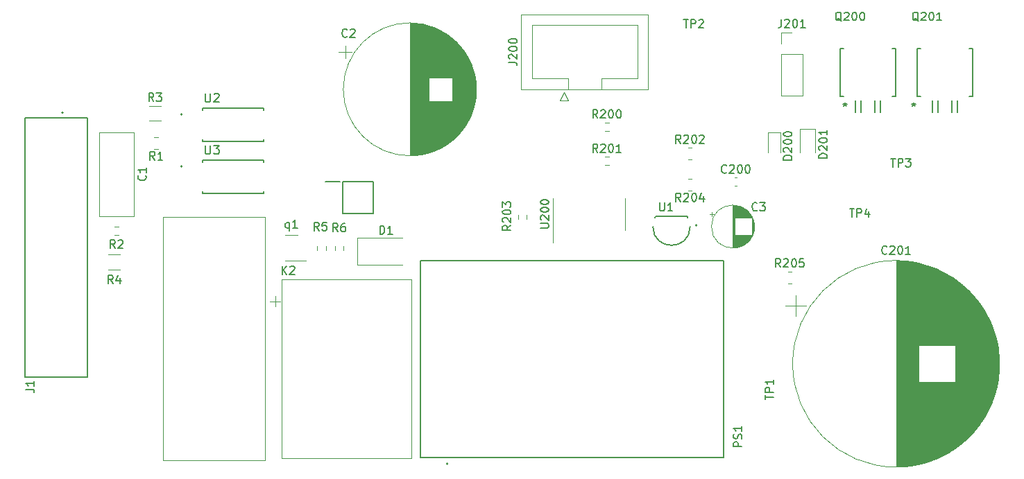
<source format=gto>
%TF.GenerationSoftware,KiCad,Pcbnew,7.0.0-1.fc36*%
%TF.CreationDate,2023-03-17T18:55:38-05:00*%
%TF.ProjectId,2275Mod,32323735-4d6f-4642-9e6b-696361645f70,rev?*%
%TF.SameCoordinates,Original*%
%TF.FileFunction,Legend,Top*%
%TF.FilePolarity,Positive*%
%FSLAX46Y46*%
G04 Gerber Fmt 4.6, Leading zero omitted, Abs format (unit mm)*
G04 Created by KiCad (PCBNEW 7.0.0-1.fc36) date 2023-03-17 18:55:38*
%MOMM*%
%LPD*%
G01*
G04 APERTURE LIST*
%ADD10C,0.150000*%
%ADD11C,0.120000*%
%ADD12C,0.127000*%
%ADD13C,0.200000*%
%ADD14C,0.152400*%
G04 APERTURE END LIST*
D10*
%TO.C,R202*%
X182649952Y-87871380D02*
X182316619Y-87395190D01*
X182078524Y-87871380D02*
X182078524Y-86871380D01*
X182078524Y-86871380D02*
X182459476Y-86871380D01*
X182459476Y-86871380D02*
X182554714Y-86919000D01*
X182554714Y-86919000D02*
X182602333Y-86966619D01*
X182602333Y-86966619D02*
X182649952Y-87061857D01*
X182649952Y-87061857D02*
X182649952Y-87204714D01*
X182649952Y-87204714D02*
X182602333Y-87299952D01*
X182602333Y-87299952D02*
X182554714Y-87347571D01*
X182554714Y-87347571D02*
X182459476Y-87395190D01*
X182459476Y-87395190D02*
X182078524Y-87395190D01*
X183030905Y-86966619D02*
X183078524Y-86919000D01*
X183078524Y-86919000D02*
X183173762Y-86871380D01*
X183173762Y-86871380D02*
X183411857Y-86871380D01*
X183411857Y-86871380D02*
X183507095Y-86919000D01*
X183507095Y-86919000D02*
X183554714Y-86966619D01*
X183554714Y-86966619D02*
X183602333Y-87061857D01*
X183602333Y-87061857D02*
X183602333Y-87157095D01*
X183602333Y-87157095D02*
X183554714Y-87299952D01*
X183554714Y-87299952D02*
X182983286Y-87871380D01*
X182983286Y-87871380D02*
X183602333Y-87871380D01*
X184221381Y-86871380D02*
X184316619Y-86871380D01*
X184316619Y-86871380D02*
X184411857Y-86919000D01*
X184411857Y-86919000D02*
X184459476Y-86966619D01*
X184459476Y-86966619D02*
X184507095Y-87061857D01*
X184507095Y-87061857D02*
X184554714Y-87252333D01*
X184554714Y-87252333D02*
X184554714Y-87490428D01*
X184554714Y-87490428D02*
X184507095Y-87680904D01*
X184507095Y-87680904D02*
X184459476Y-87776142D01*
X184459476Y-87776142D02*
X184411857Y-87823761D01*
X184411857Y-87823761D02*
X184316619Y-87871380D01*
X184316619Y-87871380D02*
X184221381Y-87871380D01*
X184221381Y-87871380D02*
X184126143Y-87823761D01*
X184126143Y-87823761D02*
X184078524Y-87776142D01*
X184078524Y-87776142D02*
X184030905Y-87680904D01*
X184030905Y-87680904D02*
X183983286Y-87490428D01*
X183983286Y-87490428D02*
X183983286Y-87252333D01*
X183983286Y-87252333D02*
X184030905Y-87061857D01*
X184030905Y-87061857D02*
X184078524Y-86966619D01*
X184078524Y-86966619D02*
X184126143Y-86919000D01*
X184126143Y-86919000D02*
X184221381Y-86871380D01*
X184935667Y-86966619D02*
X184983286Y-86919000D01*
X184983286Y-86919000D02*
X185078524Y-86871380D01*
X185078524Y-86871380D02*
X185316619Y-86871380D01*
X185316619Y-86871380D02*
X185411857Y-86919000D01*
X185411857Y-86919000D02*
X185459476Y-86966619D01*
X185459476Y-86966619D02*
X185507095Y-87061857D01*
X185507095Y-87061857D02*
X185507095Y-87157095D01*
X185507095Y-87157095D02*
X185459476Y-87299952D01*
X185459476Y-87299952D02*
X184888048Y-87871380D01*
X184888048Y-87871380D02*
X185507095Y-87871380D01*
%TO.C,R204*%
X182649952Y-94981380D02*
X182316619Y-94505190D01*
X182078524Y-94981380D02*
X182078524Y-93981380D01*
X182078524Y-93981380D02*
X182459476Y-93981380D01*
X182459476Y-93981380D02*
X182554714Y-94029000D01*
X182554714Y-94029000D02*
X182602333Y-94076619D01*
X182602333Y-94076619D02*
X182649952Y-94171857D01*
X182649952Y-94171857D02*
X182649952Y-94314714D01*
X182649952Y-94314714D02*
X182602333Y-94409952D01*
X182602333Y-94409952D02*
X182554714Y-94457571D01*
X182554714Y-94457571D02*
X182459476Y-94505190D01*
X182459476Y-94505190D02*
X182078524Y-94505190D01*
X183030905Y-94076619D02*
X183078524Y-94029000D01*
X183078524Y-94029000D02*
X183173762Y-93981380D01*
X183173762Y-93981380D02*
X183411857Y-93981380D01*
X183411857Y-93981380D02*
X183507095Y-94029000D01*
X183507095Y-94029000D02*
X183554714Y-94076619D01*
X183554714Y-94076619D02*
X183602333Y-94171857D01*
X183602333Y-94171857D02*
X183602333Y-94267095D01*
X183602333Y-94267095D02*
X183554714Y-94409952D01*
X183554714Y-94409952D02*
X182983286Y-94981380D01*
X182983286Y-94981380D02*
X183602333Y-94981380D01*
X184221381Y-93981380D02*
X184316619Y-93981380D01*
X184316619Y-93981380D02*
X184411857Y-94029000D01*
X184411857Y-94029000D02*
X184459476Y-94076619D01*
X184459476Y-94076619D02*
X184507095Y-94171857D01*
X184507095Y-94171857D02*
X184554714Y-94362333D01*
X184554714Y-94362333D02*
X184554714Y-94600428D01*
X184554714Y-94600428D02*
X184507095Y-94790904D01*
X184507095Y-94790904D02*
X184459476Y-94886142D01*
X184459476Y-94886142D02*
X184411857Y-94933761D01*
X184411857Y-94933761D02*
X184316619Y-94981380D01*
X184316619Y-94981380D02*
X184221381Y-94981380D01*
X184221381Y-94981380D02*
X184126143Y-94933761D01*
X184126143Y-94933761D02*
X184078524Y-94886142D01*
X184078524Y-94886142D02*
X184030905Y-94790904D01*
X184030905Y-94790904D02*
X183983286Y-94600428D01*
X183983286Y-94600428D02*
X183983286Y-94362333D01*
X183983286Y-94362333D02*
X184030905Y-94171857D01*
X184030905Y-94171857D02*
X184078524Y-94076619D01*
X184078524Y-94076619D02*
X184126143Y-94029000D01*
X184126143Y-94029000D02*
X184221381Y-93981380D01*
X185411857Y-94314714D02*
X185411857Y-94981380D01*
X185173762Y-93933761D02*
X184935667Y-94648047D01*
X184935667Y-94648047D02*
X185554714Y-94648047D01*
%TO.C,C2*%
X141946333Y-74821142D02*
X141898714Y-74868761D01*
X141898714Y-74868761D02*
X141755857Y-74916380D01*
X141755857Y-74916380D02*
X141660619Y-74916380D01*
X141660619Y-74916380D02*
X141517762Y-74868761D01*
X141517762Y-74868761D02*
X141422524Y-74773523D01*
X141422524Y-74773523D02*
X141374905Y-74678285D01*
X141374905Y-74678285D02*
X141327286Y-74487809D01*
X141327286Y-74487809D02*
X141327286Y-74344952D01*
X141327286Y-74344952D02*
X141374905Y-74154476D01*
X141374905Y-74154476D02*
X141422524Y-74059238D01*
X141422524Y-74059238D02*
X141517762Y-73964000D01*
X141517762Y-73964000D02*
X141660619Y-73916380D01*
X141660619Y-73916380D02*
X141755857Y-73916380D01*
X141755857Y-73916380D02*
X141898714Y-73964000D01*
X141898714Y-73964000D02*
X141946333Y-74011619D01*
X142327286Y-74011619D02*
X142374905Y-73964000D01*
X142374905Y-73964000D02*
X142470143Y-73916380D01*
X142470143Y-73916380D02*
X142708238Y-73916380D01*
X142708238Y-73916380D02*
X142803476Y-73964000D01*
X142803476Y-73964000D02*
X142851095Y-74011619D01*
X142851095Y-74011619D02*
X142898714Y-74106857D01*
X142898714Y-74106857D02*
X142898714Y-74202095D01*
X142898714Y-74202095D02*
X142851095Y-74344952D01*
X142851095Y-74344952D02*
X142279667Y-74916380D01*
X142279667Y-74916380D02*
X142898714Y-74916380D01*
%TO.C,C3*%
X191984333Y-96030142D02*
X191936714Y-96077761D01*
X191936714Y-96077761D02*
X191793857Y-96125380D01*
X191793857Y-96125380D02*
X191698619Y-96125380D01*
X191698619Y-96125380D02*
X191555762Y-96077761D01*
X191555762Y-96077761D02*
X191460524Y-95982523D01*
X191460524Y-95982523D02*
X191412905Y-95887285D01*
X191412905Y-95887285D02*
X191365286Y-95696809D01*
X191365286Y-95696809D02*
X191365286Y-95553952D01*
X191365286Y-95553952D02*
X191412905Y-95363476D01*
X191412905Y-95363476D02*
X191460524Y-95268238D01*
X191460524Y-95268238D02*
X191555762Y-95173000D01*
X191555762Y-95173000D02*
X191698619Y-95125380D01*
X191698619Y-95125380D02*
X191793857Y-95125380D01*
X191793857Y-95125380D02*
X191936714Y-95173000D01*
X191936714Y-95173000D02*
X191984333Y-95220619D01*
X192317667Y-95125380D02*
X192936714Y-95125380D01*
X192936714Y-95125380D02*
X192603381Y-95506333D01*
X192603381Y-95506333D02*
X192746238Y-95506333D01*
X192746238Y-95506333D02*
X192841476Y-95553952D01*
X192841476Y-95553952D02*
X192889095Y-95601571D01*
X192889095Y-95601571D02*
X192936714Y-95696809D01*
X192936714Y-95696809D02*
X192936714Y-95934904D01*
X192936714Y-95934904D02*
X192889095Y-96030142D01*
X192889095Y-96030142D02*
X192841476Y-96077761D01*
X192841476Y-96077761D02*
X192746238Y-96125380D01*
X192746238Y-96125380D02*
X192460524Y-96125380D01*
X192460524Y-96125380D02*
X192365286Y-96077761D01*
X192365286Y-96077761D02*
X192317667Y-96030142D01*
%TO.C,R201*%
X172513452Y-88980380D02*
X172180119Y-88504190D01*
X171942024Y-88980380D02*
X171942024Y-87980380D01*
X171942024Y-87980380D02*
X172322976Y-87980380D01*
X172322976Y-87980380D02*
X172418214Y-88028000D01*
X172418214Y-88028000D02*
X172465833Y-88075619D01*
X172465833Y-88075619D02*
X172513452Y-88170857D01*
X172513452Y-88170857D02*
X172513452Y-88313714D01*
X172513452Y-88313714D02*
X172465833Y-88408952D01*
X172465833Y-88408952D02*
X172418214Y-88456571D01*
X172418214Y-88456571D02*
X172322976Y-88504190D01*
X172322976Y-88504190D02*
X171942024Y-88504190D01*
X172894405Y-88075619D02*
X172942024Y-88028000D01*
X172942024Y-88028000D02*
X173037262Y-87980380D01*
X173037262Y-87980380D02*
X173275357Y-87980380D01*
X173275357Y-87980380D02*
X173370595Y-88028000D01*
X173370595Y-88028000D02*
X173418214Y-88075619D01*
X173418214Y-88075619D02*
X173465833Y-88170857D01*
X173465833Y-88170857D02*
X173465833Y-88266095D01*
X173465833Y-88266095D02*
X173418214Y-88408952D01*
X173418214Y-88408952D02*
X172846786Y-88980380D01*
X172846786Y-88980380D02*
X173465833Y-88980380D01*
X174084881Y-87980380D02*
X174180119Y-87980380D01*
X174180119Y-87980380D02*
X174275357Y-88028000D01*
X174275357Y-88028000D02*
X174322976Y-88075619D01*
X174322976Y-88075619D02*
X174370595Y-88170857D01*
X174370595Y-88170857D02*
X174418214Y-88361333D01*
X174418214Y-88361333D02*
X174418214Y-88599428D01*
X174418214Y-88599428D02*
X174370595Y-88789904D01*
X174370595Y-88789904D02*
X174322976Y-88885142D01*
X174322976Y-88885142D02*
X174275357Y-88932761D01*
X174275357Y-88932761D02*
X174180119Y-88980380D01*
X174180119Y-88980380D02*
X174084881Y-88980380D01*
X174084881Y-88980380D02*
X173989643Y-88932761D01*
X173989643Y-88932761D02*
X173942024Y-88885142D01*
X173942024Y-88885142D02*
X173894405Y-88789904D01*
X173894405Y-88789904D02*
X173846786Y-88599428D01*
X173846786Y-88599428D02*
X173846786Y-88361333D01*
X173846786Y-88361333D02*
X173894405Y-88170857D01*
X173894405Y-88170857D02*
X173942024Y-88075619D01*
X173942024Y-88075619D02*
X173989643Y-88028000D01*
X173989643Y-88028000D02*
X174084881Y-87980380D01*
X175370595Y-88980380D02*
X174799167Y-88980380D01*
X175084881Y-88980380D02*
X175084881Y-87980380D01*
X175084881Y-87980380D02*
X174989643Y-88123238D01*
X174989643Y-88123238D02*
X174894405Y-88218476D01*
X174894405Y-88218476D02*
X174799167Y-88266095D01*
%TO.C,R1*%
X118467333Y-89901380D02*
X118134000Y-89425190D01*
X117895905Y-89901380D02*
X117895905Y-88901380D01*
X117895905Y-88901380D02*
X118276857Y-88901380D01*
X118276857Y-88901380D02*
X118372095Y-88949000D01*
X118372095Y-88949000D02*
X118419714Y-88996619D01*
X118419714Y-88996619D02*
X118467333Y-89091857D01*
X118467333Y-89091857D02*
X118467333Y-89234714D01*
X118467333Y-89234714D02*
X118419714Y-89329952D01*
X118419714Y-89329952D02*
X118372095Y-89377571D01*
X118372095Y-89377571D02*
X118276857Y-89425190D01*
X118276857Y-89425190D02*
X117895905Y-89425190D01*
X119419714Y-89901380D02*
X118848286Y-89901380D01*
X119134000Y-89901380D02*
X119134000Y-88901380D01*
X119134000Y-88901380D02*
X119038762Y-89044238D01*
X119038762Y-89044238D02*
X118943524Y-89139476D01*
X118943524Y-89139476D02*
X118848286Y-89187095D01*
%TO.C,J201*%
X194929285Y-72729380D02*
X194929285Y-73443666D01*
X194929285Y-73443666D02*
X194881666Y-73586523D01*
X194881666Y-73586523D02*
X194786428Y-73681761D01*
X194786428Y-73681761D02*
X194643571Y-73729380D01*
X194643571Y-73729380D02*
X194548333Y-73729380D01*
X195357857Y-72824619D02*
X195405476Y-72777000D01*
X195405476Y-72777000D02*
X195500714Y-72729380D01*
X195500714Y-72729380D02*
X195738809Y-72729380D01*
X195738809Y-72729380D02*
X195834047Y-72777000D01*
X195834047Y-72777000D02*
X195881666Y-72824619D01*
X195881666Y-72824619D02*
X195929285Y-72919857D01*
X195929285Y-72919857D02*
X195929285Y-73015095D01*
X195929285Y-73015095D02*
X195881666Y-73157952D01*
X195881666Y-73157952D02*
X195310238Y-73729380D01*
X195310238Y-73729380D02*
X195929285Y-73729380D01*
X196548333Y-72729380D02*
X196643571Y-72729380D01*
X196643571Y-72729380D02*
X196738809Y-72777000D01*
X196738809Y-72777000D02*
X196786428Y-72824619D01*
X196786428Y-72824619D02*
X196834047Y-72919857D01*
X196834047Y-72919857D02*
X196881666Y-73110333D01*
X196881666Y-73110333D02*
X196881666Y-73348428D01*
X196881666Y-73348428D02*
X196834047Y-73538904D01*
X196834047Y-73538904D02*
X196786428Y-73634142D01*
X196786428Y-73634142D02*
X196738809Y-73681761D01*
X196738809Y-73681761D02*
X196643571Y-73729380D01*
X196643571Y-73729380D02*
X196548333Y-73729380D01*
X196548333Y-73729380D02*
X196453095Y-73681761D01*
X196453095Y-73681761D02*
X196405476Y-73634142D01*
X196405476Y-73634142D02*
X196357857Y-73538904D01*
X196357857Y-73538904D02*
X196310238Y-73348428D01*
X196310238Y-73348428D02*
X196310238Y-73110333D01*
X196310238Y-73110333D02*
X196357857Y-72919857D01*
X196357857Y-72919857D02*
X196405476Y-72824619D01*
X196405476Y-72824619D02*
X196453095Y-72777000D01*
X196453095Y-72777000D02*
X196548333Y-72729380D01*
X197834047Y-73729380D02*
X197262619Y-73729380D01*
X197548333Y-73729380D02*
X197548333Y-72729380D01*
X197548333Y-72729380D02*
X197453095Y-72872238D01*
X197453095Y-72872238D02*
X197357857Y-72967476D01*
X197357857Y-72967476D02*
X197262619Y-73015095D01*
%TO.C,q1*%
X134871595Y-97556714D02*
X134871595Y-98556714D01*
X134871595Y-98175761D02*
X134776357Y-98223380D01*
X134776357Y-98223380D02*
X134585881Y-98223380D01*
X134585881Y-98223380D02*
X134490643Y-98175761D01*
X134490643Y-98175761D02*
X134443024Y-98128142D01*
X134443024Y-98128142D02*
X134395405Y-98032904D01*
X134395405Y-98032904D02*
X134395405Y-97747190D01*
X134395405Y-97747190D02*
X134443024Y-97651952D01*
X134443024Y-97651952D02*
X134490643Y-97604333D01*
X134490643Y-97604333D02*
X134585881Y-97556714D01*
X134585881Y-97556714D02*
X134776357Y-97556714D01*
X134776357Y-97556714D02*
X134871595Y-97604333D01*
X135871595Y-98223380D02*
X135300167Y-98223380D01*
X135585881Y-98223380D02*
X135585881Y-97223380D01*
X135585881Y-97223380D02*
X135490643Y-97366238D01*
X135490643Y-97366238D02*
X135395405Y-97461476D01*
X135395405Y-97461476D02*
X135300167Y-97509095D01*
%TO.C,PS1*%
X190105380Y-124912285D02*
X189105380Y-124912285D01*
X189105380Y-124912285D02*
X189105380Y-124531333D01*
X189105380Y-124531333D02*
X189153000Y-124436095D01*
X189153000Y-124436095D02*
X189200619Y-124388476D01*
X189200619Y-124388476D02*
X189295857Y-124340857D01*
X189295857Y-124340857D02*
X189438714Y-124340857D01*
X189438714Y-124340857D02*
X189533952Y-124388476D01*
X189533952Y-124388476D02*
X189581571Y-124436095D01*
X189581571Y-124436095D02*
X189629190Y-124531333D01*
X189629190Y-124531333D02*
X189629190Y-124912285D01*
X190057761Y-123959904D02*
X190105380Y-123817047D01*
X190105380Y-123817047D02*
X190105380Y-123578952D01*
X190105380Y-123578952D02*
X190057761Y-123483714D01*
X190057761Y-123483714D02*
X190010142Y-123436095D01*
X190010142Y-123436095D02*
X189914904Y-123388476D01*
X189914904Y-123388476D02*
X189819666Y-123388476D01*
X189819666Y-123388476D02*
X189724428Y-123436095D01*
X189724428Y-123436095D02*
X189676809Y-123483714D01*
X189676809Y-123483714D02*
X189629190Y-123578952D01*
X189629190Y-123578952D02*
X189581571Y-123769428D01*
X189581571Y-123769428D02*
X189533952Y-123864666D01*
X189533952Y-123864666D02*
X189486333Y-123912285D01*
X189486333Y-123912285D02*
X189391095Y-123959904D01*
X189391095Y-123959904D02*
X189295857Y-123959904D01*
X189295857Y-123959904D02*
X189200619Y-123912285D01*
X189200619Y-123912285D02*
X189153000Y-123864666D01*
X189153000Y-123864666D02*
X189105380Y-123769428D01*
X189105380Y-123769428D02*
X189105380Y-123531333D01*
X189105380Y-123531333D02*
X189153000Y-123388476D01*
X190105380Y-122436095D02*
X190105380Y-123007523D01*
X190105380Y-122721809D02*
X189105380Y-122721809D01*
X189105380Y-122721809D02*
X189248238Y-122817047D01*
X189248238Y-122817047D02*
X189343476Y-122912285D01*
X189343476Y-122912285D02*
X189391095Y-123007523D01*
%TO.C,D201*%
X200519380Y-89692475D02*
X199519380Y-89692475D01*
X199519380Y-89692475D02*
X199519380Y-89454380D01*
X199519380Y-89454380D02*
X199567000Y-89311523D01*
X199567000Y-89311523D02*
X199662238Y-89216285D01*
X199662238Y-89216285D02*
X199757476Y-89168666D01*
X199757476Y-89168666D02*
X199947952Y-89121047D01*
X199947952Y-89121047D02*
X200090809Y-89121047D01*
X200090809Y-89121047D02*
X200281285Y-89168666D01*
X200281285Y-89168666D02*
X200376523Y-89216285D01*
X200376523Y-89216285D02*
X200471761Y-89311523D01*
X200471761Y-89311523D02*
X200519380Y-89454380D01*
X200519380Y-89454380D02*
X200519380Y-89692475D01*
X199614619Y-88740094D02*
X199567000Y-88692475D01*
X199567000Y-88692475D02*
X199519380Y-88597237D01*
X199519380Y-88597237D02*
X199519380Y-88359142D01*
X199519380Y-88359142D02*
X199567000Y-88263904D01*
X199567000Y-88263904D02*
X199614619Y-88216285D01*
X199614619Y-88216285D02*
X199709857Y-88168666D01*
X199709857Y-88168666D02*
X199805095Y-88168666D01*
X199805095Y-88168666D02*
X199947952Y-88216285D01*
X199947952Y-88216285D02*
X200519380Y-88787713D01*
X200519380Y-88787713D02*
X200519380Y-88168666D01*
X199519380Y-87549618D02*
X199519380Y-87454380D01*
X199519380Y-87454380D02*
X199567000Y-87359142D01*
X199567000Y-87359142D02*
X199614619Y-87311523D01*
X199614619Y-87311523D02*
X199709857Y-87263904D01*
X199709857Y-87263904D02*
X199900333Y-87216285D01*
X199900333Y-87216285D02*
X200138428Y-87216285D01*
X200138428Y-87216285D02*
X200328904Y-87263904D01*
X200328904Y-87263904D02*
X200424142Y-87311523D01*
X200424142Y-87311523D02*
X200471761Y-87359142D01*
X200471761Y-87359142D02*
X200519380Y-87454380D01*
X200519380Y-87454380D02*
X200519380Y-87549618D01*
X200519380Y-87549618D02*
X200471761Y-87644856D01*
X200471761Y-87644856D02*
X200424142Y-87692475D01*
X200424142Y-87692475D02*
X200328904Y-87740094D01*
X200328904Y-87740094D02*
X200138428Y-87787713D01*
X200138428Y-87787713D02*
X199900333Y-87787713D01*
X199900333Y-87787713D02*
X199709857Y-87740094D01*
X199709857Y-87740094D02*
X199614619Y-87692475D01*
X199614619Y-87692475D02*
X199567000Y-87644856D01*
X199567000Y-87644856D02*
X199519380Y-87549618D01*
X200519380Y-86263904D02*
X200519380Y-86835332D01*
X200519380Y-86549618D02*
X199519380Y-86549618D01*
X199519380Y-86549618D02*
X199662238Y-86644856D01*
X199662238Y-86644856D02*
X199757476Y-86740094D01*
X199757476Y-86740094D02*
X199805095Y-86835332D01*
%TO.C,R5*%
X138517333Y-98538380D02*
X138184000Y-98062190D01*
X137945905Y-98538380D02*
X137945905Y-97538380D01*
X137945905Y-97538380D02*
X138326857Y-97538380D01*
X138326857Y-97538380D02*
X138422095Y-97586000D01*
X138422095Y-97586000D02*
X138469714Y-97633619D01*
X138469714Y-97633619D02*
X138517333Y-97728857D01*
X138517333Y-97728857D02*
X138517333Y-97871714D01*
X138517333Y-97871714D02*
X138469714Y-97966952D01*
X138469714Y-97966952D02*
X138422095Y-98014571D01*
X138422095Y-98014571D02*
X138326857Y-98062190D01*
X138326857Y-98062190D02*
X137945905Y-98062190D01*
X139422095Y-97538380D02*
X138945905Y-97538380D01*
X138945905Y-97538380D02*
X138898286Y-98014571D01*
X138898286Y-98014571D02*
X138945905Y-97966952D01*
X138945905Y-97966952D02*
X139041143Y-97919333D01*
X139041143Y-97919333D02*
X139279238Y-97919333D01*
X139279238Y-97919333D02*
X139374476Y-97966952D01*
X139374476Y-97966952D02*
X139422095Y-98014571D01*
X139422095Y-98014571D02*
X139469714Y-98109809D01*
X139469714Y-98109809D02*
X139469714Y-98347904D01*
X139469714Y-98347904D02*
X139422095Y-98443142D01*
X139422095Y-98443142D02*
X139374476Y-98490761D01*
X139374476Y-98490761D02*
X139279238Y-98538380D01*
X139279238Y-98538380D02*
X139041143Y-98538380D01*
X139041143Y-98538380D02*
X138945905Y-98490761D01*
X138945905Y-98490761D02*
X138898286Y-98443142D01*
%TO.C,R6*%
X140803333Y-98665380D02*
X140470000Y-98189190D01*
X140231905Y-98665380D02*
X140231905Y-97665380D01*
X140231905Y-97665380D02*
X140612857Y-97665380D01*
X140612857Y-97665380D02*
X140708095Y-97713000D01*
X140708095Y-97713000D02*
X140755714Y-97760619D01*
X140755714Y-97760619D02*
X140803333Y-97855857D01*
X140803333Y-97855857D02*
X140803333Y-97998714D01*
X140803333Y-97998714D02*
X140755714Y-98093952D01*
X140755714Y-98093952D02*
X140708095Y-98141571D01*
X140708095Y-98141571D02*
X140612857Y-98189190D01*
X140612857Y-98189190D02*
X140231905Y-98189190D01*
X141660476Y-97665380D02*
X141470000Y-97665380D01*
X141470000Y-97665380D02*
X141374762Y-97713000D01*
X141374762Y-97713000D02*
X141327143Y-97760619D01*
X141327143Y-97760619D02*
X141231905Y-97903476D01*
X141231905Y-97903476D02*
X141184286Y-98093952D01*
X141184286Y-98093952D02*
X141184286Y-98474904D01*
X141184286Y-98474904D02*
X141231905Y-98570142D01*
X141231905Y-98570142D02*
X141279524Y-98617761D01*
X141279524Y-98617761D02*
X141374762Y-98665380D01*
X141374762Y-98665380D02*
X141565238Y-98665380D01*
X141565238Y-98665380D02*
X141660476Y-98617761D01*
X141660476Y-98617761D02*
X141708095Y-98570142D01*
X141708095Y-98570142D02*
X141755714Y-98474904D01*
X141755714Y-98474904D02*
X141755714Y-98236809D01*
X141755714Y-98236809D02*
X141708095Y-98141571D01*
X141708095Y-98141571D02*
X141660476Y-98093952D01*
X141660476Y-98093952D02*
X141565238Y-98046333D01*
X141565238Y-98046333D02*
X141374762Y-98046333D01*
X141374762Y-98046333D02*
X141279524Y-98093952D01*
X141279524Y-98093952D02*
X141231905Y-98141571D01*
X141231905Y-98141571D02*
X141184286Y-98236809D01*
%TO.C,R2*%
X113625333Y-100697380D02*
X113292000Y-100221190D01*
X113053905Y-100697380D02*
X113053905Y-99697380D01*
X113053905Y-99697380D02*
X113434857Y-99697380D01*
X113434857Y-99697380D02*
X113530095Y-99745000D01*
X113530095Y-99745000D02*
X113577714Y-99792619D01*
X113577714Y-99792619D02*
X113625333Y-99887857D01*
X113625333Y-99887857D02*
X113625333Y-100030714D01*
X113625333Y-100030714D02*
X113577714Y-100125952D01*
X113577714Y-100125952D02*
X113530095Y-100173571D01*
X113530095Y-100173571D02*
X113434857Y-100221190D01*
X113434857Y-100221190D02*
X113053905Y-100221190D01*
X114006286Y-99792619D02*
X114053905Y-99745000D01*
X114053905Y-99745000D02*
X114149143Y-99697380D01*
X114149143Y-99697380D02*
X114387238Y-99697380D01*
X114387238Y-99697380D02*
X114482476Y-99745000D01*
X114482476Y-99745000D02*
X114530095Y-99792619D01*
X114530095Y-99792619D02*
X114577714Y-99887857D01*
X114577714Y-99887857D02*
X114577714Y-99983095D01*
X114577714Y-99983095D02*
X114530095Y-100125952D01*
X114530095Y-100125952D02*
X113958667Y-100697380D01*
X113958667Y-100697380D02*
X114577714Y-100697380D01*
%TO.C,TP3*%
X208288095Y-89740580D02*
X208859523Y-89740580D01*
X208573809Y-90740580D02*
X208573809Y-89740580D01*
X209192857Y-90740580D02*
X209192857Y-89740580D01*
X209192857Y-89740580D02*
X209573809Y-89740580D01*
X209573809Y-89740580D02*
X209669047Y-89788200D01*
X209669047Y-89788200D02*
X209716666Y-89835819D01*
X209716666Y-89835819D02*
X209764285Y-89931057D01*
X209764285Y-89931057D02*
X209764285Y-90073914D01*
X209764285Y-90073914D02*
X209716666Y-90169152D01*
X209716666Y-90169152D02*
X209669047Y-90216771D01*
X209669047Y-90216771D02*
X209573809Y-90264390D01*
X209573809Y-90264390D02*
X209192857Y-90264390D01*
X210097619Y-89740580D02*
X210716666Y-89740580D01*
X210716666Y-89740580D02*
X210383333Y-90121533D01*
X210383333Y-90121533D02*
X210526190Y-90121533D01*
X210526190Y-90121533D02*
X210621428Y-90169152D01*
X210621428Y-90169152D02*
X210669047Y-90216771D01*
X210669047Y-90216771D02*
X210716666Y-90312009D01*
X210716666Y-90312009D02*
X210716666Y-90550104D01*
X210716666Y-90550104D02*
X210669047Y-90645342D01*
X210669047Y-90645342D02*
X210621428Y-90692961D01*
X210621428Y-90692961D02*
X210526190Y-90740580D01*
X210526190Y-90740580D02*
X210240476Y-90740580D01*
X210240476Y-90740580D02*
X210145238Y-90692961D01*
X210145238Y-90692961D02*
X210097619Y-90645342D01*
%TO.C,TP1*%
X192966180Y-119168704D02*
X192966180Y-118597276D01*
X193966180Y-118882990D02*
X192966180Y-118882990D01*
X193966180Y-118263942D02*
X192966180Y-118263942D01*
X192966180Y-118263942D02*
X192966180Y-117882990D01*
X192966180Y-117882990D02*
X193013800Y-117787752D01*
X193013800Y-117787752D02*
X193061419Y-117740133D01*
X193061419Y-117740133D02*
X193156657Y-117692514D01*
X193156657Y-117692514D02*
X193299514Y-117692514D01*
X193299514Y-117692514D02*
X193394752Y-117740133D01*
X193394752Y-117740133D02*
X193442371Y-117787752D01*
X193442371Y-117787752D02*
X193489990Y-117882990D01*
X193489990Y-117882990D02*
X193489990Y-118263942D01*
X193966180Y-116740133D02*
X193966180Y-117311561D01*
X193966180Y-117025847D02*
X192966180Y-117025847D01*
X192966180Y-117025847D02*
X193109038Y-117121085D01*
X193109038Y-117121085D02*
X193204276Y-117216323D01*
X193204276Y-117216323D02*
X193251895Y-117311561D01*
%TO.C,C201*%
X207809582Y-101330142D02*
X207761963Y-101377761D01*
X207761963Y-101377761D02*
X207619106Y-101425380D01*
X207619106Y-101425380D02*
X207523868Y-101425380D01*
X207523868Y-101425380D02*
X207381011Y-101377761D01*
X207381011Y-101377761D02*
X207285773Y-101282523D01*
X207285773Y-101282523D02*
X207238154Y-101187285D01*
X207238154Y-101187285D02*
X207190535Y-100996809D01*
X207190535Y-100996809D02*
X207190535Y-100853952D01*
X207190535Y-100853952D02*
X207238154Y-100663476D01*
X207238154Y-100663476D02*
X207285773Y-100568238D01*
X207285773Y-100568238D02*
X207381011Y-100473000D01*
X207381011Y-100473000D02*
X207523868Y-100425380D01*
X207523868Y-100425380D02*
X207619106Y-100425380D01*
X207619106Y-100425380D02*
X207761963Y-100473000D01*
X207761963Y-100473000D02*
X207809582Y-100520619D01*
X208190535Y-100520619D02*
X208238154Y-100473000D01*
X208238154Y-100473000D02*
X208333392Y-100425380D01*
X208333392Y-100425380D02*
X208571487Y-100425380D01*
X208571487Y-100425380D02*
X208666725Y-100473000D01*
X208666725Y-100473000D02*
X208714344Y-100520619D01*
X208714344Y-100520619D02*
X208761963Y-100615857D01*
X208761963Y-100615857D02*
X208761963Y-100711095D01*
X208761963Y-100711095D02*
X208714344Y-100853952D01*
X208714344Y-100853952D02*
X208142916Y-101425380D01*
X208142916Y-101425380D02*
X208761963Y-101425380D01*
X209381011Y-100425380D02*
X209476249Y-100425380D01*
X209476249Y-100425380D02*
X209571487Y-100473000D01*
X209571487Y-100473000D02*
X209619106Y-100520619D01*
X209619106Y-100520619D02*
X209666725Y-100615857D01*
X209666725Y-100615857D02*
X209714344Y-100806333D01*
X209714344Y-100806333D02*
X209714344Y-101044428D01*
X209714344Y-101044428D02*
X209666725Y-101234904D01*
X209666725Y-101234904D02*
X209619106Y-101330142D01*
X209619106Y-101330142D02*
X209571487Y-101377761D01*
X209571487Y-101377761D02*
X209476249Y-101425380D01*
X209476249Y-101425380D02*
X209381011Y-101425380D01*
X209381011Y-101425380D02*
X209285773Y-101377761D01*
X209285773Y-101377761D02*
X209238154Y-101330142D01*
X209238154Y-101330142D02*
X209190535Y-101234904D01*
X209190535Y-101234904D02*
X209142916Y-101044428D01*
X209142916Y-101044428D02*
X209142916Y-100806333D01*
X209142916Y-100806333D02*
X209190535Y-100615857D01*
X209190535Y-100615857D02*
X209238154Y-100520619D01*
X209238154Y-100520619D02*
X209285773Y-100473000D01*
X209285773Y-100473000D02*
X209381011Y-100425380D01*
X210666725Y-101425380D02*
X210095297Y-101425380D01*
X210381011Y-101425380D02*
X210381011Y-100425380D01*
X210381011Y-100425380D02*
X210285773Y-100568238D01*
X210285773Y-100568238D02*
X210190535Y-100663476D01*
X210190535Y-100663476D02*
X210095297Y-100711095D01*
%TO.C,Q201*%
X211677380Y-72954219D02*
X211582142Y-72906600D01*
X211582142Y-72906600D02*
X211486904Y-72811361D01*
X211486904Y-72811361D02*
X211344047Y-72668504D01*
X211344047Y-72668504D02*
X211248809Y-72620885D01*
X211248809Y-72620885D02*
X211153571Y-72620885D01*
X211201190Y-72858980D02*
X211105952Y-72811361D01*
X211105952Y-72811361D02*
X211010714Y-72716123D01*
X211010714Y-72716123D02*
X210963095Y-72525647D01*
X210963095Y-72525647D02*
X210963095Y-72192314D01*
X210963095Y-72192314D02*
X211010714Y-72001838D01*
X211010714Y-72001838D02*
X211105952Y-71906600D01*
X211105952Y-71906600D02*
X211201190Y-71858980D01*
X211201190Y-71858980D02*
X211391666Y-71858980D01*
X211391666Y-71858980D02*
X211486904Y-71906600D01*
X211486904Y-71906600D02*
X211582142Y-72001838D01*
X211582142Y-72001838D02*
X211629761Y-72192314D01*
X211629761Y-72192314D02*
X211629761Y-72525647D01*
X211629761Y-72525647D02*
X211582142Y-72716123D01*
X211582142Y-72716123D02*
X211486904Y-72811361D01*
X211486904Y-72811361D02*
X211391666Y-72858980D01*
X211391666Y-72858980D02*
X211201190Y-72858980D01*
X212010714Y-71954219D02*
X212058333Y-71906600D01*
X212058333Y-71906600D02*
X212153571Y-71858980D01*
X212153571Y-71858980D02*
X212391666Y-71858980D01*
X212391666Y-71858980D02*
X212486904Y-71906600D01*
X212486904Y-71906600D02*
X212534523Y-71954219D01*
X212534523Y-71954219D02*
X212582142Y-72049457D01*
X212582142Y-72049457D02*
X212582142Y-72144695D01*
X212582142Y-72144695D02*
X212534523Y-72287552D01*
X212534523Y-72287552D02*
X211963095Y-72858980D01*
X211963095Y-72858980D02*
X212582142Y-72858980D01*
X213201190Y-71858980D02*
X213296428Y-71858980D01*
X213296428Y-71858980D02*
X213391666Y-71906600D01*
X213391666Y-71906600D02*
X213439285Y-71954219D01*
X213439285Y-71954219D02*
X213486904Y-72049457D01*
X213486904Y-72049457D02*
X213534523Y-72239933D01*
X213534523Y-72239933D02*
X213534523Y-72478028D01*
X213534523Y-72478028D02*
X213486904Y-72668504D01*
X213486904Y-72668504D02*
X213439285Y-72763742D01*
X213439285Y-72763742D02*
X213391666Y-72811361D01*
X213391666Y-72811361D02*
X213296428Y-72858980D01*
X213296428Y-72858980D02*
X213201190Y-72858980D01*
X213201190Y-72858980D02*
X213105952Y-72811361D01*
X213105952Y-72811361D02*
X213058333Y-72763742D01*
X213058333Y-72763742D02*
X213010714Y-72668504D01*
X213010714Y-72668504D02*
X212963095Y-72478028D01*
X212963095Y-72478028D02*
X212963095Y-72239933D01*
X212963095Y-72239933D02*
X213010714Y-72049457D01*
X213010714Y-72049457D02*
X213058333Y-71954219D01*
X213058333Y-71954219D02*
X213105952Y-71906600D01*
X213105952Y-71906600D02*
X213201190Y-71858980D01*
X214486904Y-72858980D02*
X213915476Y-72858980D01*
X214201190Y-72858980D02*
X214201190Y-71858980D01*
X214201190Y-71858980D02*
X214105952Y-72001838D01*
X214105952Y-72001838D02*
X214010714Y-72097076D01*
X214010714Y-72097076D02*
X213915476Y-72144695D01*
X211074000Y-82933380D02*
X211074000Y-83171476D01*
X210835905Y-83076238D02*
X211074000Y-83171476D01*
X211074000Y-83171476D02*
X211312095Y-83076238D01*
X210931143Y-83361952D02*
X211074000Y-83171476D01*
X211074000Y-83171476D02*
X211216857Y-83361952D01*
%TO.C,R3*%
X118324333Y-82748380D02*
X117991000Y-82272190D01*
X117752905Y-82748380D02*
X117752905Y-81748380D01*
X117752905Y-81748380D02*
X118133857Y-81748380D01*
X118133857Y-81748380D02*
X118229095Y-81796000D01*
X118229095Y-81796000D02*
X118276714Y-81843619D01*
X118276714Y-81843619D02*
X118324333Y-81938857D01*
X118324333Y-81938857D02*
X118324333Y-82081714D01*
X118324333Y-82081714D02*
X118276714Y-82176952D01*
X118276714Y-82176952D02*
X118229095Y-82224571D01*
X118229095Y-82224571D02*
X118133857Y-82272190D01*
X118133857Y-82272190D02*
X117752905Y-82272190D01*
X118657667Y-81748380D02*
X119276714Y-81748380D01*
X119276714Y-81748380D02*
X118943381Y-82129333D01*
X118943381Y-82129333D02*
X119086238Y-82129333D01*
X119086238Y-82129333D02*
X119181476Y-82176952D01*
X119181476Y-82176952D02*
X119229095Y-82224571D01*
X119229095Y-82224571D02*
X119276714Y-82319809D01*
X119276714Y-82319809D02*
X119276714Y-82557904D01*
X119276714Y-82557904D02*
X119229095Y-82653142D01*
X119229095Y-82653142D02*
X119181476Y-82700761D01*
X119181476Y-82700761D02*
X119086238Y-82748380D01*
X119086238Y-82748380D02*
X118800524Y-82748380D01*
X118800524Y-82748380D02*
X118705286Y-82700761D01*
X118705286Y-82700761D02*
X118657667Y-82653142D01*
%TO.C,R205*%
X194841952Y-102984380D02*
X194508619Y-102508190D01*
X194270524Y-102984380D02*
X194270524Y-101984380D01*
X194270524Y-101984380D02*
X194651476Y-101984380D01*
X194651476Y-101984380D02*
X194746714Y-102032000D01*
X194746714Y-102032000D02*
X194794333Y-102079619D01*
X194794333Y-102079619D02*
X194841952Y-102174857D01*
X194841952Y-102174857D02*
X194841952Y-102317714D01*
X194841952Y-102317714D02*
X194794333Y-102412952D01*
X194794333Y-102412952D02*
X194746714Y-102460571D01*
X194746714Y-102460571D02*
X194651476Y-102508190D01*
X194651476Y-102508190D02*
X194270524Y-102508190D01*
X195222905Y-102079619D02*
X195270524Y-102032000D01*
X195270524Y-102032000D02*
X195365762Y-101984380D01*
X195365762Y-101984380D02*
X195603857Y-101984380D01*
X195603857Y-101984380D02*
X195699095Y-102032000D01*
X195699095Y-102032000D02*
X195746714Y-102079619D01*
X195746714Y-102079619D02*
X195794333Y-102174857D01*
X195794333Y-102174857D02*
X195794333Y-102270095D01*
X195794333Y-102270095D02*
X195746714Y-102412952D01*
X195746714Y-102412952D02*
X195175286Y-102984380D01*
X195175286Y-102984380D02*
X195794333Y-102984380D01*
X196413381Y-101984380D02*
X196508619Y-101984380D01*
X196508619Y-101984380D02*
X196603857Y-102032000D01*
X196603857Y-102032000D02*
X196651476Y-102079619D01*
X196651476Y-102079619D02*
X196699095Y-102174857D01*
X196699095Y-102174857D02*
X196746714Y-102365333D01*
X196746714Y-102365333D02*
X196746714Y-102603428D01*
X196746714Y-102603428D02*
X196699095Y-102793904D01*
X196699095Y-102793904D02*
X196651476Y-102889142D01*
X196651476Y-102889142D02*
X196603857Y-102936761D01*
X196603857Y-102936761D02*
X196508619Y-102984380D01*
X196508619Y-102984380D02*
X196413381Y-102984380D01*
X196413381Y-102984380D02*
X196318143Y-102936761D01*
X196318143Y-102936761D02*
X196270524Y-102889142D01*
X196270524Y-102889142D02*
X196222905Y-102793904D01*
X196222905Y-102793904D02*
X196175286Y-102603428D01*
X196175286Y-102603428D02*
X196175286Y-102365333D01*
X196175286Y-102365333D02*
X196222905Y-102174857D01*
X196222905Y-102174857D02*
X196270524Y-102079619D01*
X196270524Y-102079619D02*
X196318143Y-102032000D01*
X196318143Y-102032000D02*
X196413381Y-101984380D01*
X197651476Y-101984380D02*
X197175286Y-101984380D01*
X197175286Y-101984380D02*
X197127667Y-102460571D01*
X197127667Y-102460571D02*
X197175286Y-102412952D01*
X197175286Y-102412952D02*
X197270524Y-102365333D01*
X197270524Y-102365333D02*
X197508619Y-102365333D01*
X197508619Y-102365333D02*
X197603857Y-102412952D01*
X197603857Y-102412952D02*
X197651476Y-102460571D01*
X197651476Y-102460571D02*
X197699095Y-102555809D01*
X197699095Y-102555809D02*
X197699095Y-102793904D01*
X197699095Y-102793904D02*
X197651476Y-102889142D01*
X197651476Y-102889142D02*
X197603857Y-102936761D01*
X197603857Y-102936761D02*
X197508619Y-102984380D01*
X197508619Y-102984380D02*
X197270524Y-102984380D01*
X197270524Y-102984380D02*
X197175286Y-102936761D01*
X197175286Y-102936761D02*
X197127667Y-102889142D01*
%TO.C,C200*%
X188237952Y-91425142D02*
X188190333Y-91472761D01*
X188190333Y-91472761D02*
X188047476Y-91520380D01*
X188047476Y-91520380D02*
X187952238Y-91520380D01*
X187952238Y-91520380D02*
X187809381Y-91472761D01*
X187809381Y-91472761D02*
X187714143Y-91377523D01*
X187714143Y-91377523D02*
X187666524Y-91282285D01*
X187666524Y-91282285D02*
X187618905Y-91091809D01*
X187618905Y-91091809D02*
X187618905Y-90948952D01*
X187618905Y-90948952D02*
X187666524Y-90758476D01*
X187666524Y-90758476D02*
X187714143Y-90663238D01*
X187714143Y-90663238D02*
X187809381Y-90568000D01*
X187809381Y-90568000D02*
X187952238Y-90520380D01*
X187952238Y-90520380D02*
X188047476Y-90520380D01*
X188047476Y-90520380D02*
X188190333Y-90568000D01*
X188190333Y-90568000D02*
X188237952Y-90615619D01*
X188618905Y-90615619D02*
X188666524Y-90568000D01*
X188666524Y-90568000D02*
X188761762Y-90520380D01*
X188761762Y-90520380D02*
X188999857Y-90520380D01*
X188999857Y-90520380D02*
X189095095Y-90568000D01*
X189095095Y-90568000D02*
X189142714Y-90615619D01*
X189142714Y-90615619D02*
X189190333Y-90710857D01*
X189190333Y-90710857D02*
X189190333Y-90806095D01*
X189190333Y-90806095D02*
X189142714Y-90948952D01*
X189142714Y-90948952D02*
X188571286Y-91520380D01*
X188571286Y-91520380D02*
X189190333Y-91520380D01*
X189809381Y-90520380D02*
X189904619Y-90520380D01*
X189904619Y-90520380D02*
X189999857Y-90568000D01*
X189999857Y-90568000D02*
X190047476Y-90615619D01*
X190047476Y-90615619D02*
X190095095Y-90710857D01*
X190095095Y-90710857D02*
X190142714Y-90901333D01*
X190142714Y-90901333D02*
X190142714Y-91139428D01*
X190142714Y-91139428D02*
X190095095Y-91329904D01*
X190095095Y-91329904D02*
X190047476Y-91425142D01*
X190047476Y-91425142D02*
X189999857Y-91472761D01*
X189999857Y-91472761D02*
X189904619Y-91520380D01*
X189904619Y-91520380D02*
X189809381Y-91520380D01*
X189809381Y-91520380D02*
X189714143Y-91472761D01*
X189714143Y-91472761D02*
X189666524Y-91425142D01*
X189666524Y-91425142D02*
X189618905Y-91329904D01*
X189618905Y-91329904D02*
X189571286Y-91139428D01*
X189571286Y-91139428D02*
X189571286Y-90901333D01*
X189571286Y-90901333D02*
X189618905Y-90710857D01*
X189618905Y-90710857D02*
X189666524Y-90615619D01*
X189666524Y-90615619D02*
X189714143Y-90568000D01*
X189714143Y-90568000D02*
X189809381Y-90520380D01*
X190761762Y-90520380D02*
X190857000Y-90520380D01*
X190857000Y-90520380D02*
X190952238Y-90568000D01*
X190952238Y-90568000D02*
X190999857Y-90615619D01*
X190999857Y-90615619D02*
X191047476Y-90710857D01*
X191047476Y-90710857D02*
X191095095Y-90901333D01*
X191095095Y-90901333D02*
X191095095Y-91139428D01*
X191095095Y-91139428D02*
X191047476Y-91329904D01*
X191047476Y-91329904D02*
X190999857Y-91425142D01*
X190999857Y-91425142D02*
X190952238Y-91472761D01*
X190952238Y-91472761D02*
X190857000Y-91520380D01*
X190857000Y-91520380D02*
X190761762Y-91520380D01*
X190761762Y-91520380D02*
X190666524Y-91472761D01*
X190666524Y-91472761D02*
X190618905Y-91425142D01*
X190618905Y-91425142D02*
X190571286Y-91329904D01*
X190571286Y-91329904D02*
X190523667Y-91139428D01*
X190523667Y-91139428D02*
X190523667Y-90901333D01*
X190523667Y-90901333D02*
X190571286Y-90710857D01*
X190571286Y-90710857D02*
X190618905Y-90615619D01*
X190618905Y-90615619D02*
X190666524Y-90568000D01*
X190666524Y-90568000D02*
X190761762Y-90520380D01*
%TO.C,TP4*%
X203258895Y-95887380D02*
X203830323Y-95887380D01*
X203544609Y-96887380D02*
X203544609Y-95887380D01*
X204163657Y-96887380D02*
X204163657Y-95887380D01*
X204163657Y-95887380D02*
X204544609Y-95887380D01*
X204544609Y-95887380D02*
X204639847Y-95935000D01*
X204639847Y-95935000D02*
X204687466Y-95982619D01*
X204687466Y-95982619D02*
X204735085Y-96077857D01*
X204735085Y-96077857D02*
X204735085Y-96220714D01*
X204735085Y-96220714D02*
X204687466Y-96315952D01*
X204687466Y-96315952D02*
X204639847Y-96363571D01*
X204639847Y-96363571D02*
X204544609Y-96411190D01*
X204544609Y-96411190D02*
X204163657Y-96411190D01*
X205592228Y-96220714D02*
X205592228Y-96887380D01*
X205354133Y-95839761D02*
X205116038Y-96554047D01*
X205116038Y-96554047D02*
X205735085Y-96554047D01*
%TO.C,U2*%
X124624071Y-81769612D02*
X124624071Y-82644037D01*
X124624071Y-82644037D02*
X124675507Y-82746911D01*
X124675507Y-82746911D02*
X124726944Y-82798348D01*
X124726944Y-82798348D02*
X124829818Y-82849785D01*
X124829818Y-82849785D02*
X125035565Y-82849785D01*
X125035565Y-82849785D02*
X125138439Y-82798348D01*
X125138439Y-82798348D02*
X125189875Y-82746911D01*
X125189875Y-82746911D02*
X125241312Y-82644037D01*
X125241312Y-82644037D02*
X125241312Y-81769612D01*
X125704244Y-81872485D02*
X125755681Y-81821049D01*
X125755681Y-81821049D02*
X125858554Y-81769612D01*
X125858554Y-81769612D02*
X126115738Y-81769612D01*
X126115738Y-81769612D02*
X126218612Y-81821049D01*
X126218612Y-81821049D02*
X126270049Y-81872485D01*
X126270049Y-81872485D02*
X126321485Y-81975359D01*
X126321485Y-81975359D02*
X126321485Y-82078233D01*
X126321485Y-82078233D02*
X126270049Y-82232543D01*
X126270049Y-82232543D02*
X125652807Y-82849785D01*
X125652807Y-82849785D02*
X126321485Y-82849785D01*
%TO.C,U3*%
X124624071Y-88119612D02*
X124624071Y-88994037D01*
X124624071Y-88994037D02*
X124675507Y-89096911D01*
X124675507Y-89096911D02*
X124726944Y-89148348D01*
X124726944Y-89148348D02*
X124829818Y-89199785D01*
X124829818Y-89199785D02*
X125035565Y-89199785D01*
X125035565Y-89199785D02*
X125138439Y-89148348D01*
X125138439Y-89148348D02*
X125189875Y-89096911D01*
X125189875Y-89096911D02*
X125241312Y-88994037D01*
X125241312Y-88994037D02*
X125241312Y-88119612D01*
X125652807Y-88119612D02*
X126321485Y-88119612D01*
X126321485Y-88119612D02*
X125961428Y-88531106D01*
X125961428Y-88531106D02*
X126115738Y-88531106D01*
X126115738Y-88531106D02*
X126218612Y-88582543D01*
X126218612Y-88582543D02*
X126270049Y-88633980D01*
X126270049Y-88633980D02*
X126321485Y-88736853D01*
X126321485Y-88736853D02*
X126321485Y-88994037D01*
X126321485Y-88994037D02*
X126270049Y-89096911D01*
X126270049Y-89096911D02*
X126218612Y-89148348D01*
X126218612Y-89148348D02*
X126115738Y-89199785D01*
X126115738Y-89199785D02*
X125807117Y-89199785D01*
X125807117Y-89199785D02*
X125704244Y-89148348D01*
X125704244Y-89148348D02*
X125652807Y-89096911D01*
%TO.C,U1*%
X180086095Y-95125380D02*
X180086095Y-95934904D01*
X180086095Y-95934904D02*
X180133714Y-96030142D01*
X180133714Y-96030142D02*
X180181333Y-96077761D01*
X180181333Y-96077761D02*
X180276571Y-96125380D01*
X180276571Y-96125380D02*
X180467047Y-96125380D01*
X180467047Y-96125380D02*
X180562285Y-96077761D01*
X180562285Y-96077761D02*
X180609904Y-96030142D01*
X180609904Y-96030142D02*
X180657523Y-95934904D01*
X180657523Y-95934904D02*
X180657523Y-95125380D01*
X181657523Y-96125380D02*
X181086095Y-96125380D01*
X181371809Y-96125380D02*
X181371809Y-95125380D01*
X181371809Y-95125380D02*
X181276571Y-95268238D01*
X181276571Y-95268238D02*
X181181333Y-95363476D01*
X181181333Y-95363476D02*
X181086095Y-95411095D01*
%TO.C,R200*%
X172513452Y-84789380D02*
X172180119Y-84313190D01*
X171942024Y-84789380D02*
X171942024Y-83789380D01*
X171942024Y-83789380D02*
X172322976Y-83789380D01*
X172322976Y-83789380D02*
X172418214Y-83837000D01*
X172418214Y-83837000D02*
X172465833Y-83884619D01*
X172465833Y-83884619D02*
X172513452Y-83979857D01*
X172513452Y-83979857D02*
X172513452Y-84122714D01*
X172513452Y-84122714D02*
X172465833Y-84217952D01*
X172465833Y-84217952D02*
X172418214Y-84265571D01*
X172418214Y-84265571D02*
X172322976Y-84313190D01*
X172322976Y-84313190D02*
X171942024Y-84313190D01*
X172894405Y-83884619D02*
X172942024Y-83837000D01*
X172942024Y-83837000D02*
X173037262Y-83789380D01*
X173037262Y-83789380D02*
X173275357Y-83789380D01*
X173275357Y-83789380D02*
X173370595Y-83837000D01*
X173370595Y-83837000D02*
X173418214Y-83884619D01*
X173418214Y-83884619D02*
X173465833Y-83979857D01*
X173465833Y-83979857D02*
X173465833Y-84075095D01*
X173465833Y-84075095D02*
X173418214Y-84217952D01*
X173418214Y-84217952D02*
X172846786Y-84789380D01*
X172846786Y-84789380D02*
X173465833Y-84789380D01*
X174084881Y-83789380D02*
X174180119Y-83789380D01*
X174180119Y-83789380D02*
X174275357Y-83837000D01*
X174275357Y-83837000D02*
X174322976Y-83884619D01*
X174322976Y-83884619D02*
X174370595Y-83979857D01*
X174370595Y-83979857D02*
X174418214Y-84170333D01*
X174418214Y-84170333D02*
X174418214Y-84408428D01*
X174418214Y-84408428D02*
X174370595Y-84598904D01*
X174370595Y-84598904D02*
X174322976Y-84694142D01*
X174322976Y-84694142D02*
X174275357Y-84741761D01*
X174275357Y-84741761D02*
X174180119Y-84789380D01*
X174180119Y-84789380D02*
X174084881Y-84789380D01*
X174084881Y-84789380D02*
X173989643Y-84741761D01*
X173989643Y-84741761D02*
X173942024Y-84694142D01*
X173942024Y-84694142D02*
X173894405Y-84598904D01*
X173894405Y-84598904D02*
X173846786Y-84408428D01*
X173846786Y-84408428D02*
X173846786Y-84170333D01*
X173846786Y-84170333D02*
X173894405Y-83979857D01*
X173894405Y-83979857D02*
X173942024Y-83884619D01*
X173942024Y-83884619D02*
X173989643Y-83837000D01*
X173989643Y-83837000D02*
X174084881Y-83789380D01*
X175037262Y-83789380D02*
X175132500Y-83789380D01*
X175132500Y-83789380D02*
X175227738Y-83837000D01*
X175227738Y-83837000D02*
X175275357Y-83884619D01*
X175275357Y-83884619D02*
X175322976Y-83979857D01*
X175322976Y-83979857D02*
X175370595Y-84170333D01*
X175370595Y-84170333D02*
X175370595Y-84408428D01*
X175370595Y-84408428D02*
X175322976Y-84598904D01*
X175322976Y-84598904D02*
X175275357Y-84694142D01*
X175275357Y-84694142D02*
X175227738Y-84741761D01*
X175227738Y-84741761D02*
X175132500Y-84789380D01*
X175132500Y-84789380D02*
X175037262Y-84789380D01*
X175037262Y-84789380D02*
X174942024Y-84741761D01*
X174942024Y-84741761D02*
X174894405Y-84694142D01*
X174894405Y-84694142D02*
X174846786Y-84598904D01*
X174846786Y-84598904D02*
X174799167Y-84408428D01*
X174799167Y-84408428D02*
X174799167Y-84170333D01*
X174799167Y-84170333D02*
X174846786Y-83979857D01*
X174846786Y-83979857D02*
X174894405Y-83884619D01*
X174894405Y-83884619D02*
X174942024Y-83837000D01*
X174942024Y-83837000D02*
X175037262Y-83789380D01*
%TO.C,U200*%
X165537380Y-98234285D02*
X166346904Y-98234285D01*
X166346904Y-98234285D02*
X166442142Y-98186666D01*
X166442142Y-98186666D02*
X166489761Y-98139047D01*
X166489761Y-98139047D02*
X166537380Y-98043809D01*
X166537380Y-98043809D02*
X166537380Y-97853333D01*
X166537380Y-97853333D02*
X166489761Y-97758095D01*
X166489761Y-97758095D02*
X166442142Y-97710476D01*
X166442142Y-97710476D02*
X166346904Y-97662857D01*
X166346904Y-97662857D02*
X165537380Y-97662857D01*
X165632619Y-97234285D02*
X165585000Y-97186666D01*
X165585000Y-97186666D02*
X165537380Y-97091428D01*
X165537380Y-97091428D02*
X165537380Y-96853333D01*
X165537380Y-96853333D02*
X165585000Y-96758095D01*
X165585000Y-96758095D02*
X165632619Y-96710476D01*
X165632619Y-96710476D02*
X165727857Y-96662857D01*
X165727857Y-96662857D02*
X165823095Y-96662857D01*
X165823095Y-96662857D02*
X165965952Y-96710476D01*
X165965952Y-96710476D02*
X166537380Y-97281904D01*
X166537380Y-97281904D02*
X166537380Y-96662857D01*
X165537380Y-96043809D02*
X165537380Y-95948571D01*
X165537380Y-95948571D02*
X165585000Y-95853333D01*
X165585000Y-95853333D02*
X165632619Y-95805714D01*
X165632619Y-95805714D02*
X165727857Y-95758095D01*
X165727857Y-95758095D02*
X165918333Y-95710476D01*
X165918333Y-95710476D02*
X166156428Y-95710476D01*
X166156428Y-95710476D02*
X166346904Y-95758095D01*
X166346904Y-95758095D02*
X166442142Y-95805714D01*
X166442142Y-95805714D02*
X166489761Y-95853333D01*
X166489761Y-95853333D02*
X166537380Y-95948571D01*
X166537380Y-95948571D02*
X166537380Y-96043809D01*
X166537380Y-96043809D02*
X166489761Y-96139047D01*
X166489761Y-96139047D02*
X166442142Y-96186666D01*
X166442142Y-96186666D02*
X166346904Y-96234285D01*
X166346904Y-96234285D02*
X166156428Y-96281904D01*
X166156428Y-96281904D02*
X165918333Y-96281904D01*
X165918333Y-96281904D02*
X165727857Y-96234285D01*
X165727857Y-96234285D02*
X165632619Y-96186666D01*
X165632619Y-96186666D02*
X165585000Y-96139047D01*
X165585000Y-96139047D02*
X165537380Y-96043809D01*
X165537380Y-95091428D02*
X165537380Y-94996190D01*
X165537380Y-94996190D02*
X165585000Y-94900952D01*
X165585000Y-94900952D02*
X165632619Y-94853333D01*
X165632619Y-94853333D02*
X165727857Y-94805714D01*
X165727857Y-94805714D02*
X165918333Y-94758095D01*
X165918333Y-94758095D02*
X166156428Y-94758095D01*
X166156428Y-94758095D02*
X166346904Y-94805714D01*
X166346904Y-94805714D02*
X166442142Y-94853333D01*
X166442142Y-94853333D02*
X166489761Y-94900952D01*
X166489761Y-94900952D02*
X166537380Y-94996190D01*
X166537380Y-94996190D02*
X166537380Y-95091428D01*
X166537380Y-95091428D02*
X166489761Y-95186666D01*
X166489761Y-95186666D02*
X166442142Y-95234285D01*
X166442142Y-95234285D02*
X166346904Y-95281904D01*
X166346904Y-95281904D02*
X166156428Y-95329523D01*
X166156428Y-95329523D02*
X165918333Y-95329523D01*
X165918333Y-95329523D02*
X165727857Y-95281904D01*
X165727857Y-95281904D02*
X165632619Y-95234285D01*
X165632619Y-95234285D02*
X165585000Y-95186666D01*
X165585000Y-95186666D02*
X165537380Y-95091428D01*
%TO.C,Q200*%
X202279380Y-72954219D02*
X202184142Y-72906600D01*
X202184142Y-72906600D02*
X202088904Y-72811361D01*
X202088904Y-72811361D02*
X201946047Y-72668504D01*
X201946047Y-72668504D02*
X201850809Y-72620885D01*
X201850809Y-72620885D02*
X201755571Y-72620885D01*
X201803190Y-72858980D02*
X201707952Y-72811361D01*
X201707952Y-72811361D02*
X201612714Y-72716123D01*
X201612714Y-72716123D02*
X201565095Y-72525647D01*
X201565095Y-72525647D02*
X201565095Y-72192314D01*
X201565095Y-72192314D02*
X201612714Y-72001838D01*
X201612714Y-72001838D02*
X201707952Y-71906600D01*
X201707952Y-71906600D02*
X201803190Y-71858980D01*
X201803190Y-71858980D02*
X201993666Y-71858980D01*
X201993666Y-71858980D02*
X202088904Y-71906600D01*
X202088904Y-71906600D02*
X202184142Y-72001838D01*
X202184142Y-72001838D02*
X202231761Y-72192314D01*
X202231761Y-72192314D02*
X202231761Y-72525647D01*
X202231761Y-72525647D02*
X202184142Y-72716123D01*
X202184142Y-72716123D02*
X202088904Y-72811361D01*
X202088904Y-72811361D02*
X201993666Y-72858980D01*
X201993666Y-72858980D02*
X201803190Y-72858980D01*
X202612714Y-71954219D02*
X202660333Y-71906600D01*
X202660333Y-71906600D02*
X202755571Y-71858980D01*
X202755571Y-71858980D02*
X202993666Y-71858980D01*
X202993666Y-71858980D02*
X203088904Y-71906600D01*
X203088904Y-71906600D02*
X203136523Y-71954219D01*
X203136523Y-71954219D02*
X203184142Y-72049457D01*
X203184142Y-72049457D02*
X203184142Y-72144695D01*
X203184142Y-72144695D02*
X203136523Y-72287552D01*
X203136523Y-72287552D02*
X202565095Y-72858980D01*
X202565095Y-72858980D02*
X203184142Y-72858980D01*
X203803190Y-71858980D02*
X203898428Y-71858980D01*
X203898428Y-71858980D02*
X203993666Y-71906600D01*
X203993666Y-71906600D02*
X204041285Y-71954219D01*
X204041285Y-71954219D02*
X204088904Y-72049457D01*
X204088904Y-72049457D02*
X204136523Y-72239933D01*
X204136523Y-72239933D02*
X204136523Y-72478028D01*
X204136523Y-72478028D02*
X204088904Y-72668504D01*
X204088904Y-72668504D02*
X204041285Y-72763742D01*
X204041285Y-72763742D02*
X203993666Y-72811361D01*
X203993666Y-72811361D02*
X203898428Y-72858980D01*
X203898428Y-72858980D02*
X203803190Y-72858980D01*
X203803190Y-72858980D02*
X203707952Y-72811361D01*
X203707952Y-72811361D02*
X203660333Y-72763742D01*
X203660333Y-72763742D02*
X203612714Y-72668504D01*
X203612714Y-72668504D02*
X203565095Y-72478028D01*
X203565095Y-72478028D02*
X203565095Y-72239933D01*
X203565095Y-72239933D02*
X203612714Y-72049457D01*
X203612714Y-72049457D02*
X203660333Y-71954219D01*
X203660333Y-71954219D02*
X203707952Y-71906600D01*
X203707952Y-71906600D02*
X203803190Y-71858980D01*
X204755571Y-71858980D02*
X204850809Y-71858980D01*
X204850809Y-71858980D02*
X204946047Y-71906600D01*
X204946047Y-71906600D02*
X204993666Y-71954219D01*
X204993666Y-71954219D02*
X205041285Y-72049457D01*
X205041285Y-72049457D02*
X205088904Y-72239933D01*
X205088904Y-72239933D02*
X205088904Y-72478028D01*
X205088904Y-72478028D02*
X205041285Y-72668504D01*
X205041285Y-72668504D02*
X204993666Y-72763742D01*
X204993666Y-72763742D02*
X204946047Y-72811361D01*
X204946047Y-72811361D02*
X204850809Y-72858980D01*
X204850809Y-72858980D02*
X204755571Y-72858980D01*
X204755571Y-72858980D02*
X204660333Y-72811361D01*
X204660333Y-72811361D02*
X204612714Y-72763742D01*
X204612714Y-72763742D02*
X204565095Y-72668504D01*
X204565095Y-72668504D02*
X204517476Y-72478028D01*
X204517476Y-72478028D02*
X204517476Y-72239933D01*
X204517476Y-72239933D02*
X204565095Y-72049457D01*
X204565095Y-72049457D02*
X204612714Y-71954219D01*
X204612714Y-71954219D02*
X204660333Y-71906600D01*
X204660333Y-71906600D02*
X204755571Y-71858980D01*
X202692000Y-82933380D02*
X202692000Y-83171476D01*
X202453905Y-83076238D02*
X202692000Y-83171476D01*
X202692000Y-83171476D02*
X202930095Y-83076238D01*
X202549143Y-83361952D02*
X202692000Y-83171476D01*
X202692000Y-83171476D02*
X202834857Y-83361952D01*
%TO.C,J200*%
X161669380Y-77993714D02*
X162383666Y-77993714D01*
X162383666Y-77993714D02*
X162526523Y-78041333D01*
X162526523Y-78041333D02*
X162621761Y-78136571D01*
X162621761Y-78136571D02*
X162669380Y-78279428D01*
X162669380Y-78279428D02*
X162669380Y-78374666D01*
X161764619Y-77565142D02*
X161717000Y-77517523D01*
X161717000Y-77517523D02*
X161669380Y-77422285D01*
X161669380Y-77422285D02*
X161669380Y-77184190D01*
X161669380Y-77184190D02*
X161717000Y-77088952D01*
X161717000Y-77088952D02*
X161764619Y-77041333D01*
X161764619Y-77041333D02*
X161859857Y-76993714D01*
X161859857Y-76993714D02*
X161955095Y-76993714D01*
X161955095Y-76993714D02*
X162097952Y-77041333D01*
X162097952Y-77041333D02*
X162669380Y-77612761D01*
X162669380Y-77612761D02*
X162669380Y-76993714D01*
X161669380Y-76374666D02*
X161669380Y-76279428D01*
X161669380Y-76279428D02*
X161717000Y-76184190D01*
X161717000Y-76184190D02*
X161764619Y-76136571D01*
X161764619Y-76136571D02*
X161859857Y-76088952D01*
X161859857Y-76088952D02*
X162050333Y-76041333D01*
X162050333Y-76041333D02*
X162288428Y-76041333D01*
X162288428Y-76041333D02*
X162478904Y-76088952D01*
X162478904Y-76088952D02*
X162574142Y-76136571D01*
X162574142Y-76136571D02*
X162621761Y-76184190D01*
X162621761Y-76184190D02*
X162669380Y-76279428D01*
X162669380Y-76279428D02*
X162669380Y-76374666D01*
X162669380Y-76374666D02*
X162621761Y-76469904D01*
X162621761Y-76469904D02*
X162574142Y-76517523D01*
X162574142Y-76517523D02*
X162478904Y-76565142D01*
X162478904Y-76565142D02*
X162288428Y-76612761D01*
X162288428Y-76612761D02*
X162050333Y-76612761D01*
X162050333Y-76612761D02*
X161859857Y-76565142D01*
X161859857Y-76565142D02*
X161764619Y-76517523D01*
X161764619Y-76517523D02*
X161717000Y-76469904D01*
X161717000Y-76469904D02*
X161669380Y-76374666D01*
X161669380Y-75422285D02*
X161669380Y-75327047D01*
X161669380Y-75327047D02*
X161717000Y-75231809D01*
X161717000Y-75231809D02*
X161764619Y-75184190D01*
X161764619Y-75184190D02*
X161859857Y-75136571D01*
X161859857Y-75136571D02*
X162050333Y-75088952D01*
X162050333Y-75088952D02*
X162288428Y-75088952D01*
X162288428Y-75088952D02*
X162478904Y-75136571D01*
X162478904Y-75136571D02*
X162574142Y-75184190D01*
X162574142Y-75184190D02*
X162621761Y-75231809D01*
X162621761Y-75231809D02*
X162669380Y-75327047D01*
X162669380Y-75327047D02*
X162669380Y-75422285D01*
X162669380Y-75422285D02*
X162621761Y-75517523D01*
X162621761Y-75517523D02*
X162574142Y-75565142D01*
X162574142Y-75565142D02*
X162478904Y-75612761D01*
X162478904Y-75612761D02*
X162288428Y-75660380D01*
X162288428Y-75660380D02*
X162050333Y-75660380D01*
X162050333Y-75660380D02*
X161859857Y-75612761D01*
X161859857Y-75612761D02*
X161764619Y-75565142D01*
X161764619Y-75565142D02*
X161717000Y-75517523D01*
X161717000Y-75517523D02*
X161669380Y-75422285D01*
%TO.C,D1*%
X145946905Y-98959380D02*
X145946905Y-97959380D01*
X145946905Y-97959380D02*
X146185000Y-97959380D01*
X146185000Y-97959380D02*
X146327857Y-98007000D01*
X146327857Y-98007000D02*
X146423095Y-98102238D01*
X146423095Y-98102238D02*
X146470714Y-98197476D01*
X146470714Y-98197476D02*
X146518333Y-98387952D01*
X146518333Y-98387952D02*
X146518333Y-98530809D01*
X146518333Y-98530809D02*
X146470714Y-98721285D01*
X146470714Y-98721285D02*
X146423095Y-98816523D01*
X146423095Y-98816523D02*
X146327857Y-98911761D01*
X146327857Y-98911761D02*
X146185000Y-98959380D01*
X146185000Y-98959380D02*
X145946905Y-98959380D01*
X147470714Y-98959380D02*
X146899286Y-98959380D01*
X147185000Y-98959380D02*
X147185000Y-97959380D01*
X147185000Y-97959380D02*
X147089762Y-98102238D01*
X147089762Y-98102238D02*
X146994524Y-98197476D01*
X146994524Y-98197476D02*
X146899286Y-98245095D01*
%TO.C,K2*%
X134008905Y-103872380D02*
X134008905Y-102872380D01*
X134580333Y-103872380D02*
X134151762Y-103300952D01*
X134580333Y-102872380D02*
X134008905Y-103443809D01*
X134961286Y-102967619D02*
X135008905Y-102920000D01*
X135008905Y-102920000D02*
X135104143Y-102872380D01*
X135104143Y-102872380D02*
X135342238Y-102872380D01*
X135342238Y-102872380D02*
X135437476Y-102920000D01*
X135437476Y-102920000D02*
X135485095Y-102967619D01*
X135485095Y-102967619D02*
X135532714Y-103062857D01*
X135532714Y-103062857D02*
X135532714Y-103158095D01*
X135532714Y-103158095D02*
X135485095Y-103300952D01*
X135485095Y-103300952D02*
X134913667Y-103872380D01*
X134913667Y-103872380D02*
X135532714Y-103872380D01*
%TO.C,R203*%
X161911380Y-97893047D02*
X161435190Y-98226380D01*
X161911380Y-98464475D02*
X160911380Y-98464475D01*
X160911380Y-98464475D02*
X160911380Y-98083523D01*
X160911380Y-98083523D02*
X160959000Y-97988285D01*
X160959000Y-97988285D02*
X161006619Y-97940666D01*
X161006619Y-97940666D02*
X161101857Y-97893047D01*
X161101857Y-97893047D02*
X161244714Y-97893047D01*
X161244714Y-97893047D02*
X161339952Y-97940666D01*
X161339952Y-97940666D02*
X161387571Y-97988285D01*
X161387571Y-97988285D02*
X161435190Y-98083523D01*
X161435190Y-98083523D02*
X161435190Y-98464475D01*
X161006619Y-97512094D02*
X160959000Y-97464475D01*
X160959000Y-97464475D02*
X160911380Y-97369237D01*
X160911380Y-97369237D02*
X160911380Y-97131142D01*
X160911380Y-97131142D02*
X160959000Y-97035904D01*
X160959000Y-97035904D02*
X161006619Y-96988285D01*
X161006619Y-96988285D02*
X161101857Y-96940666D01*
X161101857Y-96940666D02*
X161197095Y-96940666D01*
X161197095Y-96940666D02*
X161339952Y-96988285D01*
X161339952Y-96988285D02*
X161911380Y-97559713D01*
X161911380Y-97559713D02*
X161911380Y-96940666D01*
X160911380Y-96321618D02*
X160911380Y-96226380D01*
X160911380Y-96226380D02*
X160959000Y-96131142D01*
X160959000Y-96131142D02*
X161006619Y-96083523D01*
X161006619Y-96083523D02*
X161101857Y-96035904D01*
X161101857Y-96035904D02*
X161292333Y-95988285D01*
X161292333Y-95988285D02*
X161530428Y-95988285D01*
X161530428Y-95988285D02*
X161720904Y-96035904D01*
X161720904Y-96035904D02*
X161816142Y-96083523D01*
X161816142Y-96083523D02*
X161863761Y-96131142D01*
X161863761Y-96131142D02*
X161911380Y-96226380D01*
X161911380Y-96226380D02*
X161911380Y-96321618D01*
X161911380Y-96321618D02*
X161863761Y-96416856D01*
X161863761Y-96416856D02*
X161816142Y-96464475D01*
X161816142Y-96464475D02*
X161720904Y-96512094D01*
X161720904Y-96512094D02*
X161530428Y-96559713D01*
X161530428Y-96559713D02*
X161292333Y-96559713D01*
X161292333Y-96559713D02*
X161101857Y-96512094D01*
X161101857Y-96512094D02*
X161006619Y-96464475D01*
X161006619Y-96464475D02*
X160959000Y-96416856D01*
X160959000Y-96416856D02*
X160911380Y-96321618D01*
X160911380Y-95654951D02*
X160911380Y-95035904D01*
X160911380Y-95035904D02*
X161292333Y-95369237D01*
X161292333Y-95369237D02*
X161292333Y-95226380D01*
X161292333Y-95226380D02*
X161339952Y-95131142D01*
X161339952Y-95131142D02*
X161387571Y-95083523D01*
X161387571Y-95083523D02*
X161482809Y-95035904D01*
X161482809Y-95035904D02*
X161720904Y-95035904D01*
X161720904Y-95035904D02*
X161816142Y-95083523D01*
X161816142Y-95083523D02*
X161863761Y-95131142D01*
X161863761Y-95131142D02*
X161911380Y-95226380D01*
X161911380Y-95226380D02*
X161911380Y-95512094D01*
X161911380Y-95512094D02*
X161863761Y-95607332D01*
X161863761Y-95607332D02*
X161816142Y-95654951D01*
%TO.C,C1*%
X117314142Y-91800666D02*
X117361761Y-91848285D01*
X117361761Y-91848285D02*
X117409380Y-91991142D01*
X117409380Y-91991142D02*
X117409380Y-92086380D01*
X117409380Y-92086380D02*
X117361761Y-92229237D01*
X117361761Y-92229237D02*
X117266523Y-92324475D01*
X117266523Y-92324475D02*
X117171285Y-92372094D01*
X117171285Y-92372094D02*
X116980809Y-92419713D01*
X116980809Y-92419713D02*
X116837952Y-92419713D01*
X116837952Y-92419713D02*
X116647476Y-92372094D01*
X116647476Y-92372094D02*
X116552238Y-92324475D01*
X116552238Y-92324475D02*
X116457000Y-92229237D01*
X116457000Y-92229237D02*
X116409380Y-92086380D01*
X116409380Y-92086380D02*
X116409380Y-91991142D01*
X116409380Y-91991142D02*
X116457000Y-91848285D01*
X116457000Y-91848285D02*
X116504619Y-91800666D01*
X117409380Y-90848285D02*
X117409380Y-91419713D01*
X117409380Y-91133999D02*
X116409380Y-91133999D01*
X116409380Y-91133999D02*
X116552238Y-91229237D01*
X116552238Y-91229237D02*
X116647476Y-91324475D01*
X116647476Y-91324475D02*
X116695095Y-91419713D01*
%TO.C,R4*%
X113371333Y-105015380D02*
X113038000Y-104539190D01*
X112799905Y-105015380D02*
X112799905Y-104015380D01*
X112799905Y-104015380D02*
X113180857Y-104015380D01*
X113180857Y-104015380D02*
X113276095Y-104063000D01*
X113276095Y-104063000D02*
X113323714Y-104110619D01*
X113323714Y-104110619D02*
X113371333Y-104205857D01*
X113371333Y-104205857D02*
X113371333Y-104348714D01*
X113371333Y-104348714D02*
X113323714Y-104443952D01*
X113323714Y-104443952D02*
X113276095Y-104491571D01*
X113276095Y-104491571D02*
X113180857Y-104539190D01*
X113180857Y-104539190D02*
X112799905Y-104539190D01*
X114228476Y-104348714D02*
X114228476Y-105015380D01*
X113990381Y-103967761D02*
X113752286Y-104682047D01*
X113752286Y-104682047D02*
X114371333Y-104682047D01*
%TO.C,TP2*%
X182989695Y-72773380D02*
X183561123Y-72773380D01*
X183275409Y-73773380D02*
X183275409Y-72773380D01*
X183894457Y-73773380D02*
X183894457Y-72773380D01*
X183894457Y-72773380D02*
X184275409Y-72773380D01*
X184275409Y-72773380D02*
X184370647Y-72821000D01*
X184370647Y-72821000D02*
X184418266Y-72868619D01*
X184418266Y-72868619D02*
X184465885Y-72963857D01*
X184465885Y-72963857D02*
X184465885Y-73106714D01*
X184465885Y-73106714D02*
X184418266Y-73201952D01*
X184418266Y-73201952D02*
X184370647Y-73249571D01*
X184370647Y-73249571D02*
X184275409Y-73297190D01*
X184275409Y-73297190D02*
X183894457Y-73297190D01*
X184846838Y-72868619D02*
X184894457Y-72821000D01*
X184894457Y-72821000D02*
X184989695Y-72773380D01*
X184989695Y-72773380D02*
X185227790Y-72773380D01*
X185227790Y-72773380D02*
X185323028Y-72821000D01*
X185323028Y-72821000D02*
X185370647Y-72868619D01*
X185370647Y-72868619D02*
X185418266Y-72963857D01*
X185418266Y-72963857D02*
X185418266Y-73059095D01*
X185418266Y-73059095D02*
X185370647Y-73201952D01*
X185370647Y-73201952D02*
X184799219Y-73773380D01*
X184799219Y-73773380D02*
X185418266Y-73773380D01*
%TO.C,J1*%
X102745380Y-117935333D02*
X103459666Y-117935333D01*
X103459666Y-117935333D02*
X103602523Y-117982952D01*
X103602523Y-117982952D02*
X103697761Y-118078190D01*
X103697761Y-118078190D02*
X103745380Y-118221047D01*
X103745380Y-118221047D02*
X103745380Y-118316285D01*
X103745380Y-116935333D02*
X103745380Y-117506761D01*
X103745380Y-117221047D02*
X102745380Y-117221047D01*
X102745380Y-117221047D02*
X102888238Y-117316285D01*
X102888238Y-117316285D02*
X102983476Y-117411523D01*
X102983476Y-117411523D02*
X103031095Y-117506761D01*
%TO.C,D200*%
X196201380Y-89892475D02*
X195201380Y-89892475D01*
X195201380Y-89892475D02*
X195201380Y-89654380D01*
X195201380Y-89654380D02*
X195249000Y-89511523D01*
X195249000Y-89511523D02*
X195344238Y-89416285D01*
X195344238Y-89416285D02*
X195439476Y-89368666D01*
X195439476Y-89368666D02*
X195629952Y-89321047D01*
X195629952Y-89321047D02*
X195772809Y-89321047D01*
X195772809Y-89321047D02*
X195963285Y-89368666D01*
X195963285Y-89368666D02*
X196058523Y-89416285D01*
X196058523Y-89416285D02*
X196153761Y-89511523D01*
X196153761Y-89511523D02*
X196201380Y-89654380D01*
X196201380Y-89654380D02*
X196201380Y-89892475D01*
X195296619Y-88940094D02*
X195249000Y-88892475D01*
X195249000Y-88892475D02*
X195201380Y-88797237D01*
X195201380Y-88797237D02*
X195201380Y-88559142D01*
X195201380Y-88559142D02*
X195249000Y-88463904D01*
X195249000Y-88463904D02*
X195296619Y-88416285D01*
X195296619Y-88416285D02*
X195391857Y-88368666D01*
X195391857Y-88368666D02*
X195487095Y-88368666D01*
X195487095Y-88368666D02*
X195629952Y-88416285D01*
X195629952Y-88416285D02*
X196201380Y-88987713D01*
X196201380Y-88987713D02*
X196201380Y-88368666D01*
X195201380Y-87749618D02*
X195201380Y-87654380D01*
X195201380Y-87654380D02*
X195249000Y-87559142D01*
X195249000Y-87559142D02*
X195296619Y-87511523D01*
X195296619Y-87511523D02*
X195391857Y-87463904D01*
X195391857Y-87463904D02*
X195582333Y-87416285D01*
X195582333Y-87416285D02*
X195820428Y-87416285D01*
X195820428Y-87416285D02*
X196010904Y-87463904D01*
X196010904Y-87463904D02*
X196106142Y-87511523D01*
X196106142Y-87511523D02*
X196153761Y-87559142D01*
X196153761Y-87559142D02*
X196201380Y-87654380D01*
X196201380Y-87654380D02*
X196201380Y-87749618D01*
X196201380Y-87749618D02*
X196153761Y-87844856D01*
X196153761Y-87844856D02*
X196106142Y-87892475D01*
X196106142Y-87892475D02*
X196010904Y-87940094D01*
X196010904Y-87940094D02*
X195820428Y-87987713D01*
X195820428Y-87987713D02*
X195582333Y-87987713D01*
X195582333Y-87987713D02*
X195391857Y-87940094D01*
X195391857Y-87940094D02*
X195296619Y-87892475D01*
X195296619Y-87892475D02*
X195249000Y-87844856D01*
X195249000Y-87844856D02*
X195201380Y-87749618D01*
X195201380Y-86797237D02*
X195201380Y-86701999D01*
X195201380Y-86701999D02*
X195249000Y-86606761D01*
X195249000Y-86606761D02*
X195296619Y-86559142D01*
X195296619Y-86559142D02*
X195391857Y-86511523D01*
X195391857Y-86511523D02*
X195582333Y-86463904D01*
X195582333Y-86463904D02*
X195820428Y-86463904D01*
X195820428Y-86463904D02*
X196010904Y-86511523D01*
X196010904Y-86511523D02*
X196106142Y-86559142D01*
X196106142Y-86559142D02*
X196153761Y-86606761D01*
X196153761Y-86606761D02*
X196201380Y-86701999D01*
X196201380Y-86701999D02*
X196201380Y-86797237D01*
X196201380Y-86797237D02*
X196153761Y-86892475D01*
X196153761Y-86892475D02*
X196106142Y-86940094D01*
X196106142Y-86940094D02*
X196010904Y-86987713D01*
X196010904Y-86987713D02*
X195820428Y-87035332D01*
X195820428Y-87035332D02*
X195582333Y-87035332D01*
X195582333Y-87035332D02*
X195391857Y-86987713D01*
X195391857Y-86987713D02*
X195296619Y-86940094D01*
X195296619Y-86940094D02*
X195249000Y-86892475D01*
X195249000Y-86892475D02*
X195201380Y-86797237D01*
D11*
%TO.C,R202*%
X183541936Y-88419000D02*
X183996064Y-88419000D01*
X183541936Y-89889000D02*
X183996064Y-89889000D01*
%TO.C,R204*%
X183996064Y-93699000D02*
X183541936Y-93699000D01*
X183996064Y-92229000D02*
X183541936Y-92229000D01*
%TO.C,C2*%
X140899755Y-76725000D02*
X142499755Y-76725000D01*
X141699755Y-75925000D02*
X141699755Y-77525000D01*
X149589246Y-73199000D02*
X149589246Y-89361000D01*
X149629246Y-73200000D02*
X149629246Y-89360000D01*
X149669246Y-73200000D02*
X149669246Y-89360000D01*
X149709246Y-73200000D02*
X149709246Y-89360000D01*
X149749246Y-73201000D02*
X149749246Y-89359000D01*
X149789246Y-73202000D02*
X149789246Y-89358000D01*
X149829246Y-73203000D02*
X149829246Y-89357000D01*
X149869246Y-73204000D02*
X149869246Y-89356000D01*
X149909246Y-73206000D02*
X149909246Y-89354000D01*
X149949246Y-73207000D02*
X149949246Y-89353000D01*
X149989246Y-73209000D02*
X149989246Y-89351000D01*
X150029246Y-73211000D02*
X150029246Y-89349000D01*
X150069246Y-73214000D02*
X150069246Y-89346000D01*
X150109246Y-73216000D02*
X150109246Y-89344000D01*
X150149246Y-73219000D02*
X150149246Y-89341000D01*
X150189246Y-73222000D02*
X150189246Y-89338000D01*
X150229246Y-73225000D02*
X150229246Y-89335000D01*
X150269246Y-73228000D02*
X150269246Y-89332000D01*
X150310246Y-73231000D02*
X150310246Y-89329000D01*
X150350246Y-73235000D02*
X150350246Y-89325000D01*
X150390246Y-73239000D02*
X150390246Y-89321000D01*
X150430246Y-73243000D02*
X150430246Y-89317000D01*
X150470246Y-73247000D02*
X150470246Y-89313000D01*
X150510246Y-73252000D02*
X150510246Y-89308000D01*
X150550246Y-73256000D02*
X150550246Y-89304000D01*
X150590246Y-73261000D02*
X150590246Y-89299000D01*
X150630246Y-73266000D02*
X150630246Y-89294000D01*
X150670246Y-73272000D02*
X150670246Y-89288000D01*
X150710246Y-73277000D02*
X150710246Y-89283000D01*
X150750246Y-73283000D02*
X150750246Y-89277000D01*
X150790246Y-73289000D02*
X150790246Y-89271000D01*
X150830246Y-73295000D02*
X150830246Y-89265000D01*
X150870246Y-73301000D02*
X150870246Y-89259000D01*
X150910246Y-73308000D02*
X150910246Y-89252000D01*
X150950246Y-73314000D02*
X150950246Y-89246000D01*
X150990246Y-73321000D02*
X150990246Y-89239000D01*
X151030246Y-73328000D02*
X151030246Y-89232000D01*
X151070246Y-73336000D02*
X151070246Y-89224000D01*
X151110246Y-73343000D02*
X151110246Y-89217000D01*
X151150246Y-73351000D02*
X151150246Y-89209000D01*
X151190246Y-73359000D02*
X151190246Y-89201000D01*
X151230246Y-73367000D02*
X151230246Y-89193000D01*
X151270246Y-73375000D02*
X151270246Y-89185000D01*
X151310246Y-73384000D02*
X151310246Y-89176000D01*
X151350246Y-73393000D02*
X151350246Y-89167000D01*
X151390246Y-73402000D02*
X151390246Y-89158000D01*
X151430246Y-73411000D02*
X151430246Y-89149000D01*
X151470246Y-73420000D02*
X151470246Y-89140000D01*
X151510246Y-73430000D02*
X151510246Y-89130000D01*
X151550246Y-73440000D02*
X151550246Y-89120000D01*
X151590246Y-73450000D02*
X151590246Y-89110000D01*
X151630246Y-73460000D02*
X151630246Y-89100000D01*
X151670246Y-73470000D02*
X151670246Y-89090000D01*
X151710246Y-73481000D02*
X151710246Y-89079000D01*
X151750246Y-73492000D02*
X151750246Y-89068000D01*
X151790246Y-73503000D02*
X151790246Y-89057000D01*
X151830246Y-73515000D02*
X151830246Y-89045000D01*
X151870246Y-73526000D02*
X151870246Y-89034000D01*
X151910246Y-73538000D02*
X151910246Y-79840000D01*
X151910246Y-82720000D02*
X151910246Y-89022000D01*
X151950246Y-73550000D02*
X151950246Y-79840000D01*
X151950246Y-82720000D02*
X151950246Y-89010000D01*
X151990246Y-73562000D02*
X151990246Y-79840000D01*
X151990246Y-82720000D02*
X151990246Y-88998000D01*
X152030246Y-73575000D02*
X152030246Y-79840000D01*
X152030246Y-82720000D02*
X152030246Y-88985000D01*
X152070246Y-73587000D02*
X152070246Y-79840000D01*
X152070246Y-82720000D02*
X152070246Y-88973000D01*
X152110246Y-73600000D02*
X152110246Y-79840000D01*
X152110246Y-82720000D02*
X152110246Y-88960000D01*
X152150246Y-73614000D02*
X152150246Y-79840000D01*
X152150246Y-82720000D02*
X152150246Y-88946000D01*
X152190246Y-73627000D02*
X152190246Y-79840000D01*
X152190246Y-82720000D02*
X152190246Y-88933000D01*
X152230246Y-73641000D02*
X152230246Y-79840000D01*
X152230246Y-82720000D02*
X152230246Y-88919000D01*
X152270246Y-73655000D02*
X152270246Y-79840000D01*
X152270246Y-82720000D02*
X152270246Y-88905000D01*
X152310246Y-73669000D02*
X152310246Y-79840000D01*
X152310246Y-82720000D02*
X152310246Y-88891000D01*
X152350246Y-73683000D02*
X152350246Y-79840000D01*
X152350246Y-82720000D02*
X152350246Y-88877000D01*
X152390246Y-73698000D02*
X152390246Y-79840000D01*
X152390246Y-82720000D02*
X152390246Y-88862000D01*
X152430246Y-73712000D02*
X152430246Y-79840000D01*
X152430246Y-82720000D02*
X152430246Y-88848000D01*
X152470246Y-73727000D02*
X152470246Y-79840000D01*
X152470246Y-82720000D02*
X152470246Y-88833000D01*
X152510246Y-73743000D02*
X152510246Y-79840000D01*
X152510246Y-82720000D02*
X152510246Y-88817000D01*
X152550246Y-73758000D02*
X152550246Y-79840000D01*
X152550246Y-82720000D02*
X152550246Y-88802000D01*
X152590246Y-73774000D02*
X152590246Y-79840000D01*
X152590246Y-82720000D02*
X152590246Y-88786000D01*
X152630246Y-73790000D02*
X152630246Y-79840000D01*
X152630246Y-82720000D02*
X152630246Y-88770000D01*
X152670246Y-73806000D02*
X152670246Y-79840000D01*
X152670246Y-82720000D02*
X152670246Y-88754000D01*
X152710246Y-73823000D02*
X152710246Y-79840000D01*
X152710246Y-82720000D02*
X152710246Y-88737000D01*
X152750246Y-73840000D02*
X152750246Y-79840000D01*
X152750246Y-82720000D02*
X152750246Y-88720000D01*
X152790246Y-73857000D02*
X152790246Y-79840000D01*
X152790246Y-82720000D02*
X152790246Y-88703000D01*
X152830246Y-73874000D02*
X152830246Y-79840000D01*
X152830246Y-82720000D02*
X152830246Y-88686000D01*
X152870246Y-73891000D02*
X152870246Y-79840000D01*
X152870246Y-82720000D02*
X152870246Y-88669000D01*
X152910246Y-73909000D02*
X152910246Y-79840000D01*
X152910246Y-82720000D02*
X152910246Y-88651000D01*
X152950246Y-73927000D02*
X152950246Y-79840000D01*
X152950246Y-82720000D02*
X152950246Y-88633000D01*
X152990246Y-73946000D02*
X152990246Y-79840000D01*
X152990246Y-82720000D02*
X152990246Y-88614000D01*
X153030246Y-73964000D02*
X153030246Y-79840000D01*
X153030246Y-82720000D02*
X153030246Y-88596000D01*
X153070246Y-73983000D02*
X153070246Y-79840000D01*
X153070246Y-82720000D02*
X153070246Y-88577000D01*
X153110246Y-74002000D02*
X153110246Y-79840000D01*
X153110246Y-82720000D02*
X153110246Y-88558000D01*
X153150246Y-74022000D02*
X153150246Y-79840000D01*
X153150246Y-82720000D02*
X153150246Y-88538000D01*
X153190246Y-74041000D02*
X153190246Y-79840000D01*
X153190246Y-82720000D02*
X153190246Y-88519000D01*
X153230246Y-74061000D02*
X153230246Y-79840000D01*
X153230246Y-82720000D02*
X153230246Y-88499000D01*
X153270246Y-74081000D02*
X153270246Y-79840000D01*
X153270246Y-82720000D02*
X153270246Y-88479000D01*
X153310246Y-74102000D02*
X153310246Y-79840000D01*
X153310246Y-82720000D02*
X153310246Y-88458000D01*
X153350246Y-74123000D02*
X153350246Y-79840000D01*
X153350246Y-82720000D02*
X153350246Y-88437000D01*
X153390246Y-74144000D02*
X153390246Y-79840000D01*
X153390246Y-82720000D02*
X153390246Y-88416000D01*
X153430246Y-74165000D02*
X153430246Y-79840000D01*
X153430246Y-82720000D02*
X153430246Y-88395000D01*
X153470246Y-74186000D02*
X153470246Y-79840000D01*
X153470246Y-82720000D02*
X153470246Y-88374000D01*
X153510246Y-74208000D02*
X153510246Y-79840000D01*
X153510246Y-82720000D02*
X153510246Y-88352000D01*
X153550246Y-74231000D02*
X153550246Y-79840000D01*
X153550246Y-82720000D02*
X153550246Y-88329000D01*
X153590246Y-74253000D02*
X153590246Y-79840000D01*
X153590246Y-82720000D02*
X153590246Y-88307000D01*
X153630246Y-74276000D02*
X153630246Y-79840000D01*
X153630246Y-82720000D02*
X153630246Y-88284000D01*
X153670246Y-74299000D02*
X153670246Y-79840000D01*
X153670246Y-82720000D02*
X153670246Y-88261000D01*
X153710246Y-74322000D02*
X153710246Y-79840000D01*
X153710246Y-82720000D02*
X153710246Y-88238000D01*
X153750246Y-74346000D02*
X153750246Y-79840000D01*
X153750246Y-82720000D02*
X153750246Y-88214000D01*
X153790246Y-74370000D02*
X153790246Y-79840000D01*
X153790246Y-82720000D02*
X153790246Y-88190000D01*
X153830246Y-74394000D02*
X153830246Y-79840000D01*
X153830246Y-82720000D02*
X153830246Y-88166000D01*
X153870246Y-74419000D02*
X153870246Y-79840000D01*
X153870246Y-82720000D02*
X153870246Y-88141000D01*
X153910246Y-74444000D02*
X153910246Y-79840000D01*
X153910246Y-82720000D02*
X153910246Y-88116000D01*
X153950246Y-74469000D02*
X153950246Y-79840000D01*
X153950246Y-82720000D02*
X153950246Y-88091000D01*
X153990246Y-74495000D02*
X153990246Y-79840000D01*
X153990246Y-82720000D02*
X153990246Y-88065000D01*
X154030246Y-74521000D02*
X154030246Y-79840000D01*
X154030246Y-82720000D02*
X154030246Y-88039000D01*
X154070246Y-74547000D02*
X154070246Y-79840000D01*
X154070246Y-82720000D02*
X154070246Y-88013000D01*
X154110246Y-74574000D02*
X154110246Y-79840000D01*
X154110246Y-82720000D02*
X154110246Y-87986000D01*
X154150246Y-74601000D02*
X154150246Y-79840000D01*
X154150246Y-82720000D02*
X154150246Y-87959000D01*
X154190246Y-74628000D02*
X154190246Y-79840000D01*
X154190246Y-82720000D02*
X154190246Y-87932000D01*
X154230246Y-74656000D02*
X154230246Y-79840000D01*
X154230246Y-82720000D02*
X154230246Y-87904000D01*
X154270246Y-74684000D02*
X154270246Y-79840000D01*
X154270246Y-82720000D02*
X154270246Y-87876000D01*
X154310246Y-74712000D02*
X154310246Y-79840000D01*
X154310246Y-82720000D02*
X154310246Y-87848000D01*
X154350246Y-74741000D02*
X154350246Y-79840000D01*
X154350246Y-82720000D02*
X154350246Y-87819000D01*
X154390246Y-74770000D02*
X154390246Y-79840000D01*
X154390246Y-82720000D02*
X154390246Y-87790000D01*
X154430246Y-74800000D02*
X154430246Y-79840000D01*
X154430246Y-82720000D02*
X154430246Y-87760000D01*
X154470246Y-74830000D02*
X154470246Y-79840000D01*
X154470246Y-82720000D02*
X154470246Y-87730000D01*
X154510246Y-74860000D02*
X154510246Y-79840000D01*
X154510246Y-82720000D02*
X154510246Y-87700000D01*
X154550246Y-74890000D02*
X154550246Y-79840000D01*
X154550246Y-82720000D02*
X154550246Y-87670000D01*
X154590246Y-74922000D02*
X154590246Y-79840000D01*
X154590246Y-82720000D02*
X154590246Y-87638000D01*
X154630246Y-74953000D02*
X154630246Y-79840000D01*
X154630246Y-82720000D02*
X154630246Y-87607000D01*
X154670246Y-74985000D02*
X154670246Y-79840000D01*
X154670246Y-82720000D02*
X154670246Y-87575000D01*
X154710246Y-75017000D02*
X154710246Y-79840000D01*
X154710246Y-82720000D02*
X154710246Y-87543000D01*
X154750246Y-75050000D02*
X154750246Y-79840000D01*
X154750246Y-82720000D02*
X154750246Y-87510000D01*
X154790246Y-75083000D02*
X154790246Y-87477000D01*
X154830246Y-75117000D02*
X154830246Y-87443000D01*
X154870246Y-75151000D02*
X154870246Y-87409000D01*
X154910246Y-75185000D02*
X154910246Y-87375000D01*
X154950246Y-75220000D02*
X154950246Y-87340000D01*
X154990246Y-75255000D02*
X154990246Y-87305000D01*
X155030246Y-75291000D02*
X155030246Y-87269000D01*
X155070246Y-75328000D02*
X155070246Y-87232000D01*
X155110246Y-75364000D02*
X155110246Y-87196000D01*
X155150246Y-75402000D02*
X155150246Y-87158000D01*
X155190246Y-75440000D02*
X155190246Y-87120000D01*
X155230246Y-75478000D02*
X155230246Y-87082000D01*
X155270246Y-75517000D02*
X155270246Y-87043000D01*
X155310246Y-75556000D02*
X155310246Y-87004000D01*
X155350246Y-75596000D02*
X155350246Y-86964000D01*
X155390246Y-75637000D02*
X155390246Y-86923000D01*
X155430246Y-75678000D02*
X155430246Y-86882000D01*
X155470246Y-75720000D02*
X155470246Y-86840000D01*
X155510246Y-75762000D02*
X155510246Y-86798000D01*
X155550246Y-75805000D02*
X155550246Y-86755000D01*
X155590246Y-75848000D02*
X155590246Y-86712000D01*
X155630246Y-75892000D02*
X155630246Y-86668000D01*
X155670246Y-75937000D02*
X155670246Y-86623000D01*
X155710246Y-75983000D02*
X155710246Y-86577000D01*
X155750246Y-76029000D02*
X155750246Y-86531000D01*
X155790246Y-76076000D02*
X155790246Y-86484000D01*
X155830246Y-76124000D02*
X155830246Y-86436000D01*
X155870246Y-76172000D02*
X155870246Y-86388000D01*
X155910246Y-76221000D02*
X155910246Y-86339000D01*
X155950246Y-76271000D02*
X155950246Y-86289000D01*
X155990246Y-76322000D02*
X155990246Y-86238000D01*
X156030246Y-76374000D02*
X156030246Y-86186000D01*
X156070246Y-76426000D02*
X156070246Y-86134000D01*
X156110246Y-76480000D02*
X156110246Y-86080000D01*
X156150246Y-76534000D02*
X156150246Y-86026000D01*
X156190246Y-76589000D02*
X156190246Y-85971000D01*
X156230246Y-76646000D02*
X156230246Y-85914000D01*
X156270246Y-76703000D02*
X156270246Y-85857000D01*
X156310246Y-76761000D02*
X156310246Y-85799000D01*
X156350246Y-76821000D02*
X156350246Y-85739000D01*
X156390246Y-76882000D02*
X156390246Y-85678000D01*
X156430246Y-76944000D02*
X156430246Y-85616000D01*
X156470246Y-77007000D02*
X156470246Y-85553000D01*
X156510246Y-77071000D02*
X156510246Y-85489000D01*
X156550246Y-77137000D02*
X156550246Y-85423000D01*
X156590246Y-77204000D02*
X156590246Y-85356000D01*
X156630246Y-77273000D02*
X156630246Y-85287000D01*
X156670246Y-77344000D02*
X156670246Y-85216000D01*
X156710246Y-77416000D02*
X156710246Y-85144000D01*
X156750246Y-77490000D02*
X156750246Y-85070000D01*
X156790246Y-77565000D02*
X156790246Y-84995000D01*
X156830246Y-77643000D02*
X156830246Y-84917000D01*
X156870246Y-77723000D02*
X156870246Y-84837000D01*
X156910246Y-77805000D02*
X156910246Y-84755000D01*
X156950246Y-77890000D02*
X156950246Y-84670000D01*
X156990246Y-77977000D02*
X156990246Y-84583000D01*
X157030246Y-78067000D02*
X157030246Y-84493000D01*
X157070246Y-78160000D02*
X157070246Y-84400000D01*
X157110246Y-78256000D02*
X157110246Y-84304000D01*
X157150246Y-78356000D02*
X157150246Y-84204000D01*
X157190246Y-78460000D02*
X157190246Y-84100000D01*
X157230246Y-78569000D02*
X157230246Y-83991000D01*
X157270246Y-78683000D02*
X157270246Y-83877000D01*
X157310246Y-78802000D02*
X157310246Y-83758000D01*
X157350246Y-78929000D02*
X157350246Y-83631000D01*
X157390246Y-79062000D02*
X157390246Y-83498000D01*
X157430246Y-79206000D02*
X157430246Y-83354000D01*
X157470246Y-79360000D02*
X157470246Y-83200000D01*
X157510246Y-79528000D02*
X157510246Y-83032000D01*
X157550246Y-79716000D02*
X157550246Y-82844000D01*
X157590246Y-79929000D02*
X157590246Y-82631000D01*
X157630246Y-80182000D02*
X157630246Y-82378000D01*
X157670246Y-80515000D02*
X157670246Y-82045000D01*
X157709246Y-81280000D02*
G75*
G03*
X157709246Y-81280000I-8120000J0D01*
G01*
%TO.C,C3*%
X186216113Y-96569000D02*
X186716113Y-96569000D01*
X186466113Y-96319000D02*
X186466113Y-96819000D01*
X189020888Y-95464000D02*
X189020888Y-100624000D01*
X189060888Y-95464000D02*
X189060888Y-100624000D01*
X189100888Y-95465000D02*
X189100888Y-100623000D01*
X189140888Y-95466000D02*
X189140888Y-100622000D01*
X189180888Y-95468000D02*
X189180888Y-100620000D01*
X189220888Y-95471000D02*
X189220888Y-100617000D01*
X189260888Y-95475000D02*
X189260888Y-97004000D01*
X189260888Y-99084000D02*
X189260888Y-100613000D01*
X189300888Y-95479000D02*
X189300888Y-97004000D01*
X189300888Y-99084000D02*
X189300888Y-100609000D01*
X189340888Y-95483000D02*
X189340888Y-97004000D01*
X189340888Y-99084000D02*
X189340888Y-100605000D01*
X189380888Y-95488000D02*
X189380888Y-97004000D01*
X189380888Y-99084000D02*
X189380888Y-100600000D01*
X189420888Y-95494000D02*
X189420888Y-97004000D01*
X189420888Y-99084000D02*
X189420888Y-100594000D01*
X189460888Y-95501000D02*
X189460888Y-97004000D01*
X189460888Y-99084000D02*
X189460888Y-100587000D01*
X189500888Y-95508000D02*
X189500888Y-97004000D01*
X189500888Y-99084000D02*
X189500888Y-100580000D01*
X189540888Y-95516000D02*
X189540888Y-97004000D01*
X189540888Y-99084000D02*
X189540888Y-100572000D01*
X189580888Y-95524000D02*
X189580888Y-97004000D01*
X189580888Y-99084000D02*
X189580888Y-100564000D01*
X189620888Y-95533000D02*
X189620888Y-97004000D01*
X189620888Y-99084000D02*
X189620888Y-100555000D01*
X189660888Y-95543000D02*
X189660888Y-97004000D01*
X189660888Y-99084000D02*
X189660888Y-100545000D01*
X189700888Y-95553000D02*
X189700888Y-97004000D01*
X189700888Y-99084000D02*
X189700888Y-100535000D01*
X189741888Y-95564000D02*
X189741888Y-97004000D01*
X189741888Y-99084000D02*
X189741888Y-100524000D01*
X189781888Y-95576000D02*
X189781888Y-97004000D01*
X189781888Y-99084000D02*
X189781888Y-100512000D01*
X189821888Y-95589000D02*
X189821888Y-97004000D01*
X189821888Y-99084000D02*
X189821888Y-100499000D01*
X189861888Y-95602000D02*
X189861888Y-97004000D01*
X189861888Y-99084000D02*
X189861888Y-100486000D01*
X189901888Y-95616000D02*
X189901888Y-97004000D01*
X189901888Y-99084000D02*
X189901888Y-100472000D01*
X189941888Y-95630000D02*
X189941888Y-97004000D01*
X189941888Y-99084000D02*
X189941888Y-100458000D01*
X189981888Y-95646000D02*
X189981888Y-97004000D01*
X189981888Y-99084000D02*
X189981888Y-100442000D01*
X190021888Y-95662000D02*
X190021888Y-97004000D01*
X190021888Y-99084000D02*
X190021888Y-100426000D01*
X190061888Y-95679000D02*
X190061888Y-97004000D01*
X190061888Y-99084000D02*
X190061888Y-100409000D01*
X190101888Y-95696000D02*
X190101888Y-97004000D01*
X190101888Y-99084000D02*
X190101888Y-100392000D01*
X190141888Y-95715000D02*
X190141888Y-97004000D01*
X190141888Y-99084000D02*
X190141888Y-100373000D01*
X190181888Y-95734000D02*
X190181888Y-97004000D01*
X190181888Y-99084000D02*
X190181888Y-100354000D01*
X190221888Y-95754000D02*
X190221888Y-97004000D01*
X190221888Y-99084000D02*
X190221888Y-100334000D01*
X190261888Y-95776000D02*
X190261888Y-97004000D01*
X190261888Y-99084000D02*
X190261888Y-100312000D01*
X190301888Y-95797000D02*
X190301888Y-97004000D01*
X190301888Y-99084000D02*
X190301888Y-100291000D01*
X190341888Y-95820000D02*
X190341888Y-97004000D01*
X190341888Y-99084000D02*
X190341888Y-100268000D01*
X190381888Y-95844000D02*
X190381888Y-97004000D01*
X190381888Y-99084000D02*
X190381888Y-100244000D01*
X190421888Y-95869000D02*
X190421888Y-97004000D01*
X190421888Y-99084000D02*
X190421888Y-100219000D01*
X190461888Y-95895000D02*
X190461888Y-97004000D01*
X190461888Y-99084000D02*
X190461888Y-100193000D01*
X190501888Y-95922000D02*
X190501888Y-97004000D01*
X190501888Y-99084000D02*
X190501888Y-100166000D01*
X190541888Y-95949000D02*
X190541888Y-97004000D01*
X190541888Y-99084000D02*
X190541888Y-100139000D01*
X190581888Y-95979000D02*
X190581888Y-97004000D01*
X190581888Y-99084000D02*
X190581888Y-100109000D01*
X190621888Y-96009000D02*
X190621888Y-97004000D01*
X190621888Y-99084000D02*
X190621888Y-100079000D01*
X190661888Y-96040000D02*
X190661888Y-97004000D01*
X190661888Y-99084000D02*
X190661888Y-100048000D01*
X190701888Y-96073000D02*
X190701888Y-97004000D01*
X190701888Y-99084000D02*
X190701888Y-100015000D01*
X190741888Y-96107000D02*
X190741888Y-97004000D01*
X190741888Y-99084000D02*
X190741888Y-99981000D01*
X190781888Y-96143000D02*
X190781888Y-97004000D01*
X190781888Y-99084000D02*
X190781888Y-99945000D01*
X190821888Y-96180000D02*
X190821888Y-97004000D01*
X190821888Y-99084000D02*
X190821888Y-99908000D01*
X190861888Y-96218000D02*
X190861888Y-97004000D01*
X190861888Y-99084000D02*
X190861888Y-99870000D01*
X190901888Y-96259000D02*
X190901888Y-97004000D01*
X190901888Y-99084000D02*
X190901888Y-99829000D01*
X190941888Y-96301000D02*
X190941888Y-97004000D01*
X190941888Y-99084000D02*
X190941888Y-99787000D01*
X190981888Y-96345000D02*
X190981888Y-97004000D01*
X190981888Y-99084000D02*
X190981888Y-99743000D01*
X191021888Y-96391000D02*
X191021888Y-97004000D01*
X191021888Y-99084000D02*
X191021888Y-99697000D01*
X191061888Y-96439000D02*
X191061888Y-97004000D01*
X191061888Y-99084000D02*
X191061888Y-99649000D01*
X191101888Y-96490000D02*
X191101888Y-97004000D01*
X191101888Y-99084000D02*
X191101888Y-99598000D01*
X191141888Y-96544000D02*
X191141888Y-97004000D01*
X191141888Y-99084000D02*
X191141888Y-99544000D01*
X191181888Y-96601000D02*
X191181888Y-97004000D01*
X191181888Y-99084000D02*
X191181888Y-99487000D01*
X191221888Y-96661000D02*
X191221888Y-97004000D01*
X191221888Y-99084000D02*
X191221888Y-99427000D01*
X191261888Y-96725000D02*
X191261888Y-97004000D01*
X191261888Y-99084000D02*
X191261888Y-99363000D01*
X191301888Y-96793000D02*
X191301888Y-97004000D01*
X191301888Y-99084000D02*
X191301888Y-99295000D01*
X191341888Y-96866000D02*
X191341888Y-99222000D01*
X191381888Y-96946000D02*
X191381888Y-99142000D01*
X191421888Y-97033000D02*
X191421888Y-99055000D01*
X191461888Y-97129000D02*
X191461888Y-98959000D01*
X191501888Y-97239000D02*
X191501888Y-98849000D01*
X191541888Y-97367000D02*
X191541888Y-98721000D01*
X191581888Y-97526000D02*
X191581888Y-98562000D01*
X191621888Y-97760000D02*
X191621888Y-98328000D01*
X191640888Y-98044000D02*
G75*
G03*
X191640888Y-98044000I-2620000J0D01*
G01*
%TO.C,R201*%
X173377776Y-89520500D02*
X173887224Y-89520500D01*
X173377776Y-90565500D02*
X173887224Y-90565500D01*
%TO.C,R1*%
X118861064Y-88619000D02*
X118406936Y-88619000D01*
X118861064Y-87149000D02*
X118406936Y-87149000D01*
%TO.C,J201*%
X194885000Y-74362000D02*
X196215000Y-74362000D01*
X194885000Y-75692000D02*
X194885000Y-74362000D01*
X194885000Y-76962000D02*
X194885000Y-82102000D01*
X194885000Y-76962000D02*
X197545000Y-76962000D01*
X194885000Y-82102000D02*
X197545000Y-82102000D01*
X197545000Y-76962000D02*
X197545000Y-82102000D01*
%TO.C,q1*%
X135133500Y-102210000D02*
X136933500Y-102210000D01*
X135133500Y-102210000D02*
X134333500Y-102210000D01*
X135133500Y-99090000D02*
X135933500Y-99090000D01*
X135133500Y-99090000D02*
X134333500Y-99090000D01*
D12*
%TO.C,PS1*%
X150907500Y-126214500D02*
X150907500Y-102214500D01*
X150907500Y-126214500D02*
X150907500Y-102214500D01*
X187907500Y-126214500D02*
X150907500Y-126214500D01*
X187907500Y-126214500D02*
X150907500Y-126214500D01*
X150907500Y-102214500D02*
X187907500Y-102214500D01*
X150907500Y-102214500D02*
X187907500Y-102214500D01*
X187907500Y-102214500D02*
X187907500Y-126214500D01*
X187907500Y-102214500D02*
X187907500Y-126214500D01*
D13*
X154267500Y-127015500D02*
G75*
G03*
X154267500Y-127015500I-100000J0D01*
G01*
D11*
%TO.C,D201*%
X199080000Y-86142000D02*
X197160000Y-86142000D01*
X197160000Y-86142000D02*
X197160000Y-89002000D01*
X199080000Y-89002000D02*
X199080000Y-86142000D01*
%TO.C,K1*%
X119507000Y-96869000D02*
X131953000Y-96869000D01*
X131953000Y-96869000D02*
X131953000Y-126587000D01*
X131953000Y-126587000D02*
X119507000Y-126587000D01*
X119507000Y-126587000D02*
X119507000Y-96869000D01*
%TO.C,R5*%
X139333500Y-100432776D02*
X139333500Y-100942224D01*
X138288500Y-100432776D02*
X138288500Y-100942224D01*
%TO.C,R6*%
X141492500Y-100456276D02*
X141492500Y-100965724D01*
X140447500Y-100456276D02*
X140447500Y-100965724D01*
%TO.C,R2*%
X113537276Y-98029500D02*
X114046724Y-98029500D01*
X113537276Y-99074500D02*
X114046724Y-99074500D01*
%TO.C,C201*%
X195424371Y-107733000D02*
X197924371Y-107733000D01*
X196674371Y-106483000D02*
X196674371Y-108983000D01*
X208928630Y-102227000D02*
X208928630Y-127389000D01*
X208968630Y-102228000D02*
X208968630Y-127388000D01*
X209008630Y-102228000D02*
X209008630Y-127388000D01*
X209048630Y-102228000D02*
X209048630Y-127388000D01*
X209088630Y-102229000D02*
X209088630Y-127387000D01*
X209128630Y-102229000D02*
X209128630Y-127387000D01*
X209168630Y-102230000D02*
X209168630Y-127386000D01*
X209208630Y-102231000D02*
X209208630Y-127385000D01*
X209248630Y-102232000D02*
X209248630Y-127384000D01*
X209288630Y-102233000D02*
X209288630Y-127383000D01*
X209328630Y-102234000D02*
X209328630Y-127382000D01*
X209368630Y-102235000D02*
X209368630Y-127381000D01*
X209408630Y-102237000D02*
X209408630Y-127379000D01*
X209448630Y-102238000D02*
X209448630Y-127378000D01*
X209488630Y-102240000D02*
X209488630Y-127376000D01*
X209528630Y-102242000D02*
X209528630Y-127374000D01*
X209568630Y-102244000D02*
X209568630Y-127372000D01*
X209608630Y-102246000D02*
X209608630Y-127370000D01*
X209649630Y-102248000D02*
X209649630Y-127368000D01*
X209689630Y-102250000D02*
X209689630Y-127366000D01*
X209729630Y-102253000D02*
X209729630Y-127363000D01*
X209769630Y-102255000D02*
X209769630Y-127361000D01*
X209809630Y-102258000D02*
X209809630Y-127358000D01*
X209849630Y-102261000D02*
X209849630Y-127355000D01*
X209889630Y-102264000D02*
X209889630Y-127352000D01*
X209929630Y-102267000D02*
X209929630Y-127349000D01*
X209969630Y-102270000D02*
X209969630Y-127346000D01*
X210009630Y-102274000D02*
X210009630Y-127342000D01*
X210049630Y-102277000D02*
X210049630Y-127339000D01*
X210089630Y-102281000D02*
X210089630Y-127335000D01*
X210129630Y-102285000D02*
X210129630Y-127331000D01*
X210169630Y-102289000D02*
X210169630Y-127327000D01*
X210209630Y-102293000D02*
X210209630Y-127323000D01*
X210249630Y-102297000D02*
X210249630Y-127319000D01*
X210289630Y-102301000D02*
X210289630Y-127315000D01*
X210329630Y-102305000D02*
X210329630Y-127311000D01*
X210369630Y-102310000D02*
X210369630Y-127306000D01*
X210409630Y-102315000D02*
X210409630Y-127301000D01*
X210449630Y-102319000D02*
X210449630Y-127297000D01*
X210489630Y-102324000D02*
X210489630Y-127292000D01*
X210529630Y-102329000D02*
X210529630Y-127287000D01*
X210569630Y-102335000D02*
X210569630Y-127281000D01*
X210609630Y-102340000D02*
X210609630Y-127276000D01*
X210649630Y-102345000D02*
X210649630Y-127271000D01*
X210689630Y-102351000D02*
X210689630Y-127265000D01*
X210729630Y-102357000D02*
X210729630Y-127259000D01*
X210769630Y-102362000D02*
X210769630Y-127254000D01*
X210809630Y-102368000D02*
X210809630Y-127248000D01*
X210849630Y-102374000D02*
X210849630Y-127242000D01*
X210889630Y-102381000D02*
X210889630Y-127235000D01*
X210929630Y-102387000D02*
X210929630Y-127229000D01*
X210969630Y-102393000D02*
X210969630Y-127223000D01*
X211009630Y-102400000D02*
X211009630Y-127216000D01*
X211049630Y-102407000D02*
X211049630Y-127209000D01*
X211089630Y-102414000D02*
X211089630Y-127202000D01*
X211129630Y-102421000D02*
X211129630Y-127195000D01*
X211169630Y-102428000D02*
X211169630Y-127188000D01*
X211209630Y-102435000D02*
X211209630Y-127181000D01*
X211249630Y-102443000D02*
X211249630Y-127173000D01*
X211289630Y-102450000D02*
X211289630Y-127166000D01*
X211329630Y-102458000D02*
X211329630Y-127158000D01*
X211369630Y-102466000D02*
X211369630Y-127150000D01*
X211409630Y-102474000D02*
X211409630Y-127142000D01*
X211449630Y-102482000D02*
X211449630Y-127134000D01*
X211489630Y-102490000D02*
X211489630Y-127126000D01*
X211529630Y-102498000D02*
X211529630Y-127118000D01*
X211569630Y-102507000D02*
X211569630Y-127109000D01*
X211609630Y-102515000D02*
X211609630Y-127101000D01*
X211649630Y-102524000D02*
X211649630Y-127092000D01*
X211689630Y-102533000D02*
X211689630Y-112568000D01*
X211689630Y-117048000D02*
X211689630Y-127083000D01*
X211729630Y-102542000D02*
X211729630Y-112568000D01*
X211729630Y-117048000D02*
X211729630Y-127074000D01*
X211769630Y-102551000D02*
X211769630Y-112568000D01*
X211769630Y-117048000D02*
X211769630Y-127065000D01*
X211809630Y-102561000D02*
X211809630Y-112568000D01*
X211809630Y-117048000D02*
X211809630Y-127055000D01*
X211849630Y-102570000D02*
X211849630Y-112568000D01*
X211849630Y-117048000D02*
X211849630Y-127046000D01*
X211889630Y-102580000D02*
X211889630Y-112568000D01*
X211889630Y-117048000D02*
X211889630Y-127036000D01*
X211929630Y-102589000D02*
X211929630Y-112568000D01*
X211929630Y-117048000D02*
X211929630Y-127027000D01*
X211969630Y-102599000D02*
X211969630Y-112568000D01*
X211969630Y-117048000D02*
X211969630Y-127017000D01*
X212009630Y-102609000D02*
X212009630Y-112568000D01*
X212009630Y-117048000D02*
X212009630Y-127007000D01*
X212049630Y-102619000D02*
X212049630Y-112568000D01*
X212049630Y-117048000D02*
X212049630Y-126997000D01*
X212089630Y-102630000D02*
X212089630Y-112568000D01*
X212089630Y-117048000D02*
X212089630Y-126986000D01*
X212129630Y-102640000D02*
X212129630Y-112568000D01*
X212129630Y-117048000D02*
X212129630Y-126976000D01*
X212169630Y-102651000D02*
X212169630Y-112568000D01*
X212169630Y-117048000D02*
X212169630Y-126965000D01*
X212209630Y-102661000D02*
X212209630Y-112568000D01*
X212209630Y-117048000D02*
X212209630Y-126955000D01*
X212249630Y-102672000D02*
X212249630Y-112568000D01*
X212249630Y-117048000D02*
X212249630Y-126944000D01*
X212289630Y-102683000D02*
X212289630Y-112568000D01*
X212289630Y-117048000D02*
X212289630Y-126933000D01*
X212329630Y-102694000D02*
X212329630Y-112568000D01*
X212329630Y-117048000D02*
X212329630Y-126922000D01*
X212369630Y-102705000D02*
X212369630Y-112568000D01*
X212369630Y-117048000D02*
X212369630Y-126911000D01*
X212409630Y-102717000D02*
X212409630Y-112568000D01*
X212409630Y-117048000D02*
X212409630Y-126899000D01*
X212449630Y-102728000D02*
X212449630Y-112568000D01*
X212449630Y-117048000D02*
X212449630Y-126888000D01*
X212489630Y-102740000D02*
X212489630Y-112568000D01*
X212489630Y-117048000D02*
X212489630Y-126876000D01*
X212529630Y-102752000D02*
X212529630Y-112568000D01*
X212529630Y-117048000D02*
X212529630Y-126864000D01*
X212569630Y-102764000D02*
X212569630Y-112568000D01*
X212569630Y-117048000D02*
X212569630Y-126852000D01*
X212609630Y-102776000D02*
X212609630Y-112568000D01*
X212609630Y-117048000D02*
X212609630Y-126840000D01*
X212649630Y-102788000D02*
X212649630Y-112568000D01*
X212649630Y-117048000D02*
X212649630Y-126828000D01*
X212689630Y-102801000D02*
X212689630Y-112568000D01*
X212689630Y-117048000D02*
X212689630Y-126815000D01*
X212729630Y-102813000D02*
X212729630Y-112568000D01*
X212729630Y-117048000D02*
X212729630Y-126803000D01*
X212769630Y-102826000D02*
X212769630Y-112568000D01*
X212769630Y-117048000D02*
X212769630Y-126790000D01*
X212809630Y-102839000D02*
X212809630Y-112568000D01*
X212809630Y-117048000D02*
X212809630Y-126777000D01*
X212849630Y-102852000D02*
X212849630Y-112568000D01*
X212849630Y-117048000D02*
X212849630Y-126764000D01*
X212889630Y-102865000D02*
X212889630Y-112568000D01*
X212889630Y-117048000D02*
X212889630Y-126751000D01*
X212929630Y-102878000D02*
X212929630Y-112568000D01*
X212929630Y-117048000D02*
X212929630Y-126738000D01*
X212969630Y-102892000D02*
X212969630Y-112568000D01*
X212969630Y-117048000D02*
X212969630Y-126724000D01*
X213009630Y-102905000D02*
X213009630Y-112568000D01*
X213009630Y-117048000D02*
X213009630Y-126711000D01*
X213049630Y-102919000D02*
X213049630Y-112568000D01*
X213049630Y-117048000D02*
X213049630Y-126697000D01*
X213089630Y-102933000D02*
X213089630Y-112568000D01*
X213089630Y-117048000D02*
X213089630Y-126683000D01*
X213129630Y-102947000D02*
X213129630Y-112568000D01*
X213129630Y-117048000D02*
X213129630Y-126669000D01*
X213169630Y-102961000D02*
X213169630Y-112568000D01*
X213169630Y-117048000D02*
X213169630Y-126655000D01*
X213209630Y-102975000D02*
X213209630Y-112568000D01*
X213209630Y-117048000D02*
X213209630Y-126641000D01*
X213249630Y-102990000D02*
X213249630Y-112568000D01*
X213249630Y-117048000D02*
X213249630Y-126626000D01*
X213289630Y-103005000D02*
X213289630Y-112568000D01*
X213289630Y-117048000D02*
X213289630Y-126611000D01*
X213329630Y-103019000D02*
X213329630Y-112568000D01*
X213329630Y-117048000D02*
X213329630Y-126597000D01*
X213369630Y-103034000D02*
X213369630Y-112568000D01*
X213369630Y-117048000D02*
X213369630Y-126582000D01*
X213409630Y-103049000D02*
X213409630Y-112568000D01*
X213409630Y-117048000D02*
X213409630Y-126567000D01*
X213449630Y-103065000D02*
X213449630Y-112568000D01*
X213449630Y-117048000D02*
X213449630Y-126551000D01*
X213489630Y-103080000D02*
X213489630Y-112568000D01*
X213489630Y-117048000D02*
X213489630Y-126536000D01*
X213529630Y-103096000D02*
X213529630Y-112568000D01*
X213529630Y-117048000D02*
X213529630Y-126520000D01*
X213569630Y-103111000D02*
X213569630Y-112568000D01*
X213569630Y-117048000D02*
X213569630Y-126505000D01*
X213609630Y-103127000D02*
X213609630Y-112568000D01*
X213609630Y-117048000D02*
X213609630Y-126489000D01*
X213649630Y-103143000D02*
X213649630Y-112568000D01*
X213649630Y-117048000D02*
X213649630Y-126473000D01*
X213689630Y-103160000D02*
X213689630Y-112568000D01*
X213689630Y-117048000D02*
X213689630Y-126456000D01*
X213729630Y-103176000D02*
X213729630Y-112568000D01*
X213729630Y-117048000D02*
X213729630Y-126440000D01*
X213769630Y-103193000D02*
X213769630Y-112568000D01*
X213769630Y-117048000D02*
X213769630Y-126423000D01*
X213809630Y-103209000D02*
X213809630Y-112568000D01*
X213809630Y-117048000D02*
X213809630Y-126407000D01*
X213849630Y-103226000D02*
X213849630Y-112568000D01*
X213849630Y-117048000D02*
X213849630Y-126390000D01*
X213889630Y-103243000D02*
X213889630Y-112568000D01*
X213889630Y-117048000D02*
X213889630Y-126373000D01*
X213929630Y-103260000D02*
X213929630Y-112568000D01*
X213929630Y-117048000D02*
X213929630Y-126356000D01*
X213969630Y-103278000D02*
X213969630Y-112568000D01*
X213969630Y-117048000D02*
X213969630Y-126338000D01*
X214009630Y-103295000D02*
X214009630Y-112568000D01*
X214009630Y-117048000D02*
X214009630Y-126321000D01*
X214049630Y-103313000D02*
X214049630Y-112568000D01*
X214049630Y-117048000D02*
X214049630Y-126303000D01*
X214089630Y-103331000D02*
X214089630Y-112568000D01*
X214089630Y-117048000D02*
X214089630Y-126285000D01*
X214129630Y-103349000D02*
X214129630Y-112568000D01*
X214129630Y-117048000D02*
X214129630Y-126267000D01*
X214169630Y-103367000D02*
X214169630Y-112568000D01*
X214169630Y-117048000D02*
X214169630Y-126249000D01*
X214209630Y-103385000D02*
X214209630Y-112568000D01*
X214209630Y-117048000D02*
X214209630Y-126231000D01*
X214249630Y-103404000D02*
X214249630Y-112568000D01*
X214249630Y-117048000D02*
X214249630Y-126212000D01*
X214289630Y-103422000D02*
X214289630Y-112568000D01*
X214289630Y-117048000D02*
X214289630Y-126194000D01*
X214329630Y-103441000D02*
X214329630Y-112568000D01*
X214329630Y-117048000D02*
X214329630Y-126175000D01*
X214369630Y-103460000D02*
X214369630Y-112568000D01*
X214369630Y-117048000D02*
X214369630Y-126156000D01*
X214409630Y-103479000D02*
X214409630Y-112568000D01*
X214409630Y-117048000D02*
X214409630Y-126137000D01*
X214449630Y-103499000D02*
X214449630Y-112568000D01*
X214449630Y-117048000D02*
X214449630Y-126117000D01*
X214489630Y-103518000D02*
X214489630Y-112568000D01*
X214489630Y-117048000D02*
X214489630Y-126098000D01*
X214529630Y-103538000D02*
X214529630Y-112568000D01*
X214529630Y-117048000D02*
X214529630Y-126078000D01*
X214569630Y-103558000D02*
X214569630Y-112568000D01*
X214569630Y-117048000D02*
X214569630Y-126058000D01*
X214609630Y-103578000D02*
X214609630Y-112568000D01*
X214609630Y-117048000D02*
X214609630Y-126038000D01*
X214649630Y-103598000D02*
X214649630Y-112568000D01*
X214649630Y-117048000D02*
X214649630Y-126018000D01*
X214689630Y-103619000D02*
X214689630Y-112568000D01*
X214689630Y-117048000D02*
X214689630Y-125997000D01*
X214729630Y-103639000D02*
X214729630Y-112568000D01*
X214729630Y-117048000D02*
X214729630Y-125977000D01*
X214769630Y-103660000D02*
X214769630Y-112568000D01*
X214769630Y-117048000D02*
X214769630Y-125956000D01*
X214809630Y-103681000D02*
X214809630Y-112568000D01*
X214809630Y-117048000D02*
X214809630Y-125935000D01*
X214849630Y-103702000D02*
X214849630Y-112568000D01*
X214849630Y-117048000D02*
X214849630Y-125914000D01*
X214889630Y-103724000D02*
X214889630Y-112568000D01*
X214889630Y-117048000D02*
X214889630Y-125892000D01*
X214929630Y-103745000D02*
X214929630Y-112568000D01*
X214929630Y-117048000D02*
X214929630Y-125871000D01*
X214969630Y-103767000D02*
X214969630Y-112568000D01*
X214969630Y-117048000D02*
X214969630Y-125849000D01*
X215009630Y-103789000D02*
X215009630Y-112568000D01*
X215009630Y-117048000D02*
X215009630Y-125827000D01*
X215049630Y-103811000D02*
X215049630Y-112568000D01*
X215049630Y-117048000D02*
X215049630Y-125805000D01*
X215089630Y-103833000D02*
X215089630Y-112568000D01*
X215089630Y-117048000D02*
X215089630Y-125783000D01*
X215129630Y-103855000D02*
X215129630Y-112568000D01*
X215129630Y-117048000D02*
X215129630Y-125761000D01*
X215169630Y-103878000D02*
X215169630Y-112568000D01*
X215169630Y-117048000D02*
X215169630Y-125738000D01*
X215209630Y-103901000D02*
X215209630Y-112568000D01*
X215209630Y-117048000D02*
X215209630Y-125715000D01*
X215249630Y-103924000D02*
X215249630Y-112568000D01*
X215249630Y-117048000D02*
X215249630Y-125692000D01*
X215289630Y-103947000D02*
X215289630Y-112568000D01*
X215289630Y-117048000D02*
X215289630Y-125669000D01*
X215329630Y-103971000D02*
X215329630Y-112568000D01*
X215329630Y-117048000D02*
X215329630Y-125645000D01*
X215369630Y-103994000D02*
X215369630Y-112568000D01*
X215369630Y-117048000D02*
X215369630Y-125622000D01*
X215409630Y-104018000D02*
X215409630Y-112568000D01*
X215409630Y-117048000D02*
X215409630Y-125598000D01*
X215449630Y-104042000D02*
X215449630Y-112568000D01*
X215449630Y-117048000D02*
X215449630Y-125574000D01*
X215489630Y-104066000D02*
X215489630Y-112568000D01*
X215489630Y-117048000D02*
X215489630Y-125550000D01*
X215529630Y-104091000D02*
X215529630Y-112568000D01*
X215529630Y-117048000D02*
X215529630Y-125525000D01*
X215569630Y-104116000D02*
X215569630Y-112568000D01*
X215569630Y-117048000D02*
X215569630Y-125500000D01*
X215609630Y-104140000D02*
X215609630Y-112568000D01*
X215609630Y-117048000D02*
X215609630Y-125476000D01*
X215649630Y-104165000D02*
X215649630Y-112568000D01*
X215649630Y-117048000D02*
X215649630Y-125451000D01*
X215689630Y-104191000D02*
X215689630Y-112568000D01*
X215689630Y-117048000D02*
X215689630Y-125425000D01*
X215729630Y-104216000D02*
X215729630Y-112568000D01*
X215729630Y-117048000D02*
X215729630Y-125400000D01*
X215769630Y-104242000D02*
X215769630Y-112568000D01*
X215769630Y-117048000D02*
X215769630Y-125374000D01*
X215809630Y-104268000D02*
X215809630Y-112568000D01*
X215809630Y-117048000D02*
X215809630Y-125348000D01*
X215849630Y-104294000D02*
X215849630Y-112568000D01*
X215849630Y-117048000D02*
X215849630Y-125322000D01*
X215889630Y-104320000D02*
X215889630Y-112568000D01*
X215889630Y-117048000D02*
X215889630Y-125296000D01*
X215929630Y-104347000D02*
X215929630Y-112568000D01*
X215929630Y-117048000D02*
X215929630Y-125269000D01*
X215969630Y-104374000D02*
X215969630Y-112568000D01*
X215969630Y-117048000D02*
X215969630Y-125242000D01*
X216009630Y-104401000D02*
X216009630Y-112568000D01*
X216009630Y-117048000D02*
X216009630Y-125215000D01*
X216049630Y-104428000D02*
X216049630Y-112568000D01*
X216049630Y-117048000D02*
X216049630Y-125188000D01*
X216089630Y-104455000D02*
X216089630Y-112568000D01*
X216089630Y-117048000D02*
X216089630Y-125161000D01*
X216129630Y-104483000D02*
X216129630Y-112568000D01*
X216129630Y-117048000D02*
X216129630Y-125133000D01*
X216169630Y-104511000D02*
X216169630Y-125105000D01*
X216209630Y-104539000D02*
X216209630Y-125077000D01*
X216249630Y-104567000D02*
X216249630Y-125049000D01*
X216289630Y-104596000D02*
X216289630Y-125020000D01*
X216329630Y-104625000D02*
X216329630Y-124991000D01*
X216369630Y-104654000D02*
X216369630Y-124962000D01*
X216409630Y-104683000D02*
X216409630Y-124933000D01*
X216449630Y-104713000D02*
X216449630Y-124903000D01*
X216489630Y-104743000D02*
X216489630Y-124873000D01*
X216529630Y-104773000D02*
X216529630Y-124843000D01*
X216569630Y-104803000D02*
X216569630Y-124813000D01*
X216609630Y-104833000D02*
X216609630Y-124783000D01*
X216649630Y-104864000D02*
X216649630Y-124752000D01*
X216689630Y-104895000D02*
X216689630Y-124721000D01*
X216729630Y-104927000D02*
X216729630Y-124689000D01*
X216769630Y-104958000D02*
X216769630Y-124658000D01*
X216809630Y-104990000D02*
X216809630Y-124626000D01*
X216849630Y-105022000D02*
X216849630Y-124594000D01*
X216889630Y-105055000D02*
X216889630Y-124561000D01*
X216929630Y-105087000D02*
X216929630Y-124529000D01*
X216969630Y-105120000D02*
X216969630Y-124496000D01*
X217009630Y-105153000D02*
X217009630Y-124463000D01*
X217049630Y-105187000D02*
X217049630Y-124429000D01*
X217089630Y-105221000D02*
X217089630Y-124395000D01*
X217128630Y-105255000D02*
X217128630Y-124361000D01*
X217168630Y-105289000D02*
X217168630Y-124327000D01*
X217208630Y-105324000D02*
X217208630Y-124292000D01*
X217248630Y-105358000D02*
X217248630Y-124258000D01*
X217288630Y-105394000D02*
X217288630Y-124222000D01*
X217328630Y-105429000D02*
X217328630Y-124187000D01*
X217368630Y-105465000D02*
X217368630Y-124151000D01*
X217408630Y-105501000D02*
X217408630Y-124115000D01*
X217448630Y-105538000D02*
X217448630Y-124078000D01*
X217488630Y-105574000D02*
X217488630Y-124042000D01*
X217528630Y-105611000D02*
X217528630Y-124005000D01*
X217568630Y-105649000D02*
X217568630Y-123967000D01*
X217608630Y-105687000D02*
X217608630Y-123929000D01*
X217648630Y-105725000D02*
X217648630Y-123891000D01*
X217688630Y-105763000D02*
X217688630Y-123853000D01*
X217728630Y-105802000D02*
X217728630Y-123814000D01*
X217768630Y-105841000D02*
X217768630Y-123775000D01*
X217808630Y-105880000D02*
X217808630Y-123736000D01*
X217848630Y-105920000D02*
X217848630Y-123696000D01*
X217888630Y-105960000D02*
X217888630Y-123656000D01*
X217928630Y-106001000D02*
X217928630Y-123615000D01*
X217968630Y-106042000D02*
X217968630Y-123574000D01*
X218008630Y-106083000D02*
X218008630Y-123533000D01*
X218048630Y-106125000D02*
X218048630Y-123491000D01*
X218088630Y-106167000D02*
X218088630Y-123449000D01*
X218128630Y-106209000D02*
X218128630Y-123407000D01*
X218168630Y-106252000D02*
X218168630Y-123364000D01*
X218208630Y-106295000D02*
X218208630Y-123321000D01*
X218248630Y-106339000D02*
X218248630Y-123277000D01*
X218288630Y-106383000D02*
X218288630Y-123233000D01*
X218328630Y-106427000D02*
X218328630Y-123189000D01*
X218368630Y-106472000D02*
X218368630Y-123144000D01*
X218408630Y-106517000D02*
X218408630Y-123099000D01*
X218448630Y-106563000D02*
X218448630Y-123053000D01*
X218488630Y-106609000D02*
X218488630Y-123007000D01*
X218528630Y-106656000D02*
X218528630Y-122960000D01*
X218568630Y-106703000D02*
X218568630Y-122913000D01*
X218608630Y-106750000D02*
X218608630Y-122866000D01*
X218648630Y-106799000D02*
X218648630Y-122817000D01*
X218688630Y-106847000D02*
X218688630Y-122769000D01*
X218728630Y-106896000D02*
X218728630Y-122720000D01*
X218768630Y-106946000D02*
X218768630Y-122670000D01*
X218808630Y-106996000D02*
X218808630Y-122620000D01*
X218848630Y-107046000D02*
X218848630Y-122570000D01*
X218888630Y-107097000D02*
X218888630Y-122519000D01*
X218928630Y-107149000D02*
X218928630Y-122467000D01*
X218968630Y-107201000D02*
X218968630Y-122415000D01*
X219008630Y-107254000D02*
X219008630Y-122362000D01*
X219048630Y-107308000D02*
X219048630Y-122308000D01*
X219088630Y-107362000D02*
X219088630Y-122254000D01*
X219128630Y-107416000D02*
X219128630Y-122200000D01*
X219168630Y-107471000D02*
X219168630Y-122145000D01*
X219208630Y-107527000D02*
X219208630Y-122089000D01*
X219248630Y-107584000D02*
X219248630Y-122032000D01*
X219288630Y-107641000D02*
X219288630Y-121975000D01*
X219328630Y-107699000D02*
X219328630Y-121917000D01*
X219368630Y-107757000D02*
X219368630Y-121859000D01*
X219408630Y-107817000D02*
X219408630Y-121799000D01*
X219448630Y-107877000D02*
X219448630Y-121739000D01*
X219488630Y-107937000D02*
X219488630Y-121679000D01*
X219528630Y-107999000D02*
X219528630Y-121617000D01*
X219568630Y-108061000D02*
X219568630Y-121555000D01*
X219608630Y-108124000D02*
X219608630Y-121492000D01*
X219648630Y-108188000D02*
X219648630Y-121428000D01*
X219688630Y-108253000D02*
X219688630Y-121363000D01*
X219728630Y-108319000D02*
X219728630Y-121297000D01*
X219768630Y-108385000D02*
X219768630Y-121231000D01*
X219808630Y-108453000D02*
X219808630Y-121163000D01*
X219848630Y-108522000D02*
X219848630Y-121094000D01*
X219888630Y-108591000D02*
X219888630Y-121025000D01*
X219928630Y-108662000D02*
X219928630Y-120954000D01*
X219968630Y-108733000D02*
X219968630Y-120883000D01*
X220008630Y-108806000D02*
X220008630Y-120810000D01*
X220048630Y-108880000D02*
X220048630Y-120736000D01*
X220088630Y-108955000D02*
X220088630Y-120661000D01*
X220128630Y-109032000D02*
X220128630Y-120584000D01*
X220168630Y-109109000D02*
X220168630Y-120507000D01*
X220208630Y-109188000D02*
X220208630Y-120428000D01*
X220248630Y-109269000D02*
X220248630Y-120347000D01*
X220288630Y-109351000D02*
X220288630Y-120265000D01*
X220328630Y-109434000D02*
X220328630Y-120182000D01*
X220368630Y-109519000D02*
X220368630Y-120097000D01*
X220408630Y-109606000D02*
X220408630Y-120010000D01*
X220448630Y-109694000D02*
X220448630Y-119922000D01*
X220488630Y-109785000D02*
X220488630Y-119831000D01*
X220528630Y-109877000D02*
X220528630Y-119739000D01*
X220568630Y-109972000D02*
X220568630Y-119644000D01*
X220608630Y-110068000D02*
X220608630Y-119548000D01*
X220648630Y-110167000D02*
X220648630Y-119449000D01*
X220688630Y-110269000D02*
X220688630Y-119347000D01*
X220728630Y-110373000D02*
X220728630Y-119243000D01*
X220768630Y-110480000D02*
X220768630Y-119136000D01*
X220808630Y-110590000D02*
X220808630Y-119026000D01*
X220848630Y-110703000D02*
X220848630Y-118913000D01*
X220888630Y-110820000D02*
X220888630Y-118796000D01*
X220928630Y-110941000D02*
X220928630Y-118675000D01*
X220968630Y-111066000D02*
X220968630Y-118550000D01*
X221008630Y-111195000D02*
X221008630Y-118421000D01*
X221048630Y-111330000D02*
X221048630Y-118286000D01*
X221088630Y-111471000D02*
X221088630Y-118145000D01*
X221128630Y-111619000D02*
X221128630Y-117997000D01*
X221168630Y-111774000D02*
X221168630Y-117842000D01*
X221208630Y-111938000D02*
X221208630Y-117678000D01*
X221248630Y-112112000D02*
X221248630Y-117504000D01*
X221288630Y-112299000D02*
X221288630Y-117317000D01*
X221328630Y-112501000D02*
X221328630Y-117115000D01*
X221368630Y-112724000D02*
X221368630Y-116892000D01*
X221408630Y-112973000D02*
X221408630Y-116643000D01*
X221448630Y-113262000D02*
X221448630Y-116354000D01*
X221488630Y-113618000D02*
X221488630Y-115998000D01*
X221528630Y-114137000D02*
X221528630Y-115479000D01*
X221548630Y-114808000D02*
G75*
G03*
X221548630Y-114808000I-12620000J0D01*
G01*
D14*
%TO.C,Q201*%
X211505800Y-76276200D02*
X211505800Y-82169000D01*
X211505800Y-82169000D02*
X211948447Y-82169000D01*
X211896960Y-76276200D02*
X211505800Y-76276200D01*
X213353800Y-82651600D02*
X213353800Y-84099400D01*
X214014200Y-82651600D02*
X214014200Y-84099400D01*
X215753800Y-82651600D02*
X215753800Y-84099400D01*
X216414200Y-82651600D02*
X216414200Y-84099400D01*
X217819553Y-82169000D02*
X218262200Y-82169000D01*
X218262200Y-76276200D02*
X217871040Y-76276200D01*
X218262200Y-82169000D02*
X218262200Y-76276200D01*
D13*
%TO.C,IC1*%
X139306000Y-92543000D02*
X141031000Y-92543000D01*
X141381000Y-92563000D02*
X145131000Y-92563000D01*
X141381000Y-96413000D02*
X141381000Y-92563000D01*
X145131000Y-92563000D02*
X145131000Y-96413000D01*
X145131000Y-96413000D02*
X141381000Y-96413000D01*
D11*
%TO.C,R3*%
X117763936Y-83291000D02*
X119218064Y-83291000D01*
X117763936Y-85111000D02*
X119218064Y-85111000D01*
%TO.C,R205*%
X195733936Y-103532000D02*
X196188064Y-103532000D01*
X195733936Y-105002000D02*
X196188064Y-105002000D01*
%TO.C,C200*%
X189210733Y-92073000D02*
X189503267Y-92073000D01*
X189210733Y-93093000D02*
X189503267Y-93093000D01*
D12*
%TO.C,U2*%
X124266000Y-83548000D02*
X124266000Y-83798000D01*
X124266000Y-87398000D02*
X124266000Y-87648000D01*
X124266000Y-87648000D02*
X131766000Y-87648000D01*
X131766000Y-83548000D02*
X124266000Y-83548000D01*
X131766000Y-83798000D02*
X131766000Y-83548000D01*
X131766000Y-87648000D02*
X131766000Y-87398000D01*
D13*
X121816000Y-84328000D02*
G75*
G03*
X121816000Y-84328000I-100000J0D01*
G01*
D12*
%TO.C,U3*%
X124266000Y-89898000D02*
X124266000Y-90148000D01*
X124266000Y-93748000D02*
X124266000Y-93998000D01*
X124266000Y-93998000D02*
X131766000Y-93998000D01*
X131766000Y-89898000D02*
X124266000Y-89898000D01*
X131766000Y-90148000D02*
X131766000Y-89898000D01*
X131766000Y-93998000D02*
X131766000Y-93748000D01*
D13*
X121816000Y-90678000D02*
G75*
G03*
X121816000Y-90678000I-100000J0D01*
G01*
D12*
%TO.C,U1*%
X183458750Y-96780500D02*
X183510750Y-96985500D01*
X179593750Y-96780500D02*
X183458750Y-96780500D01*
X179593750Y-96780500D02*
X179541750Y-96985500D01*
X179263750Y-98075500D02*
G75*
G03*
X183788750Y-98075500I2262500J0D01*
G01*
D13*
X184639250Y-97885500D02*
G75*
G03*
X184639250Y-97885500I-100000J0D01*
G01*
D11*
%TO.C,R200*%
X173377776Y-85329500D02*
X173887224Y-85329500D01*
X173377776Y-86374500D02*
X173887224Y-86374500D01*
%TO.C,U200*%
X167015000Y-96520000D02*
X167015000Y-99970000D01*
X167015000Y-96520000D02*
X167015000Y-94570000D01*
X175885000Y-96520000D02*
X175885000Y-98470000D01*
X175885000Y-96520000D02*
X175885000Y-94570000D01*
D14*
%TO.C,Q200*%
X202107800Y-76276200D02*
X202107800Y-82169000D01*
X202107800Y-82169000D02*
X202550447Y-82169000D01*
X202498960Y-76276200D02*
X202107800Y-76276200D01*
X203955800Y-82651600D02*
X203955800Y-84099400D01*
X204616200Y-82651600D02*
X204616200Y-84099400D01*
X206355800Y-82651600D02*
X206355800Y-84099400D01*
X207016200Y-82651600D02*
X207016200Y-84099400D01*
X208421553Y-82169000D02*
X208864200Y-82169000D01*
X208864200Y-76276200D02*
X208473040Y-76276200D01*
X208864200Y-82169000D02*
X208864200Y-76276200D01*
D11*
%TO.C,J200*%
X167902000Y-82658000D02*
X168902000Y-82658000D01*
X168902000Y-82658000D02*
X168402000Y-81658000D01*
X168402000Y-81658000D02*
X167902000Y-82658000D01*
X163192000Y-81268000D02*
X163192000Y-72148000D01*
X168892000Y-81268000D02*
X168892000Y-79958000D01*
X178692000Y-81268000D02*
X163192000Y-81268000D01*
X164492000Y-79958000D02*
X164492000Y-73458000D01*
X168892000Y-79958000D02*
X164492000Y-79958000D01*
X172992000Y-79958000D02*
X172992000Y-81268000D01*
X172992000Y-79958000D02*
X172992000Y-79958000D01*
X177392000Y-79958000D02*
X172992000Y-79958000D01*
X164492000Y-73458000D02*
X177392000Y-73458000D01*
X177392000Y-73458000D02*
X177392000Y-79958000D01*
X163192000Y-72148000D02*
X178692000Y-72148000D01*
X178692000Y-72148000D02*
X178692000Y-81268000D01*
%TO.C,D1*%
X143175000Y-99442000D02*
X143175000Y-102742000D01*
X143175000Y-99442000D02*
X148685000Y-99442000D01*
X143175000Y-102742000D02*
X148685000Y-102742000D01*
%TO.C,K2*%
X132552500Y-107177602D02*
X133822500Y-107177602D01*
X133187500Y-106542602D02*
X133187500Y-107812602D01*
X133949500Y-104500602D02*
X133949500Y-126354600D01*
X149803500Y-104500602D02*
X133949500Y-104500602D01*
X149803500Y-104500602D02*
X149803500Y-126354600D01*
X149803500Y-126354600D02*
X133949500Y-126354600D01*
%TO.C,R203*%
X163844500Y-96622776D02*
X163844500Y-97132224D01*
X162799500Y-96622776D02*
X162799500Y-97132224D01*
%TO.C,C1*%
X115912000Y-86514000D02*
X111672000Y-86514000D01*
X115912000Y-86514000D02*
X115912000Y-96754000D01*
X111672000Y-86514000D02*
X111672000Y-96754000D01*
X115912000Y-96754000D02*
X111672000Y-96754000D01*
%TO.C,R4*%
X112810936Y-101452000D02*
X114265064Y-101452000D01*
X112810936Y-103272000D02*
X114265064Y-103272000D01*
D12*
%TO.C,J1*%
X110236000Y-116457500D02*
X102616000Y-116457500D01*
X102616000Y-84777500D02*
X102616000Y-116457500D01*
X102616000Y-84777500D02*
X110236000Y-84777500D01*
X110236000Y-84777500D02*
X110236000Y-116457500D01*
D13*
X107286000Y-84127500D02*
G75*
G03*
X107286000Y-84127500I-100000J0D01*
G01*
D11*
%TO.C,D200*%
X194791000Y-86542000D02*
X193321000Y-86542000D01*
X193321000Y-86542000D02*
X193321000Y-89002000D01*
X194791000Y-89002000D02*
X194791000Y-86542000D01*
%TD*%
M02*

</source>
